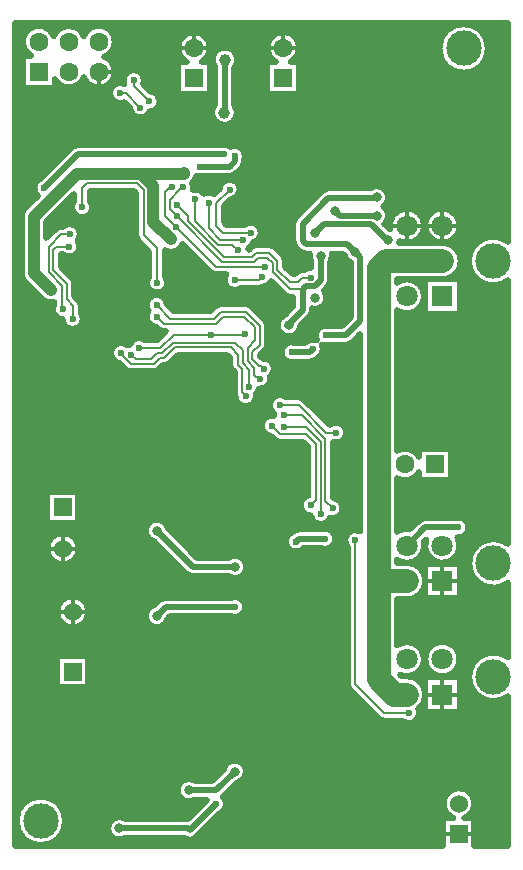
<source format=gbl>
G04*
G04 #@! TF.GenerationSoftware,Altium Limited,Altium Designer,18.0.9 (584)*
G04*
G04 Layer_Physical_Order=2*
G04 Layer_Color=16711680*
%FSLAX24Y24*%
%MOIN*%
G70*
G01*
G75*
%ADD11C,0.0118*%
%ADD16C,0.0079*%
%ADD72C,0.0197*%
%ADD87C,0.0394*%
%ADD90C,0.0630*%
%ADD91R,0.0630X0.0630*%
%ADD92R,0.0630X0.0630*%
%ADD93C,0.0600*%
%ADD94R,0.0600X0.0600*%
%ADD95C,0.0709*%
%ADD96R,0.0709X0.0709*%
%ADD97C,0.1181*%
%ADD98C,0.0236*%
%ADD99C,0.0315*%
%ADD100C,0.0394*%
%ADD101C,0.0787*%
D11*
X33780Y36417D02*
Y36890D01*
X32598Y36417D02*
Y36890D01*
X33307Y36417D02*
X33780D01*
X34252D01*
X33780Y35945D02*
Y36417D01*
X32598D02*
X33071D01*
X32598Y35945D02*
Y36417D01*
X32126D02*
X32598D01*
X28474Y42348D02*
Y42782D01*
Y42348D02*
X28907D01*
X28041D02*
X28474D01*
X33780Y24567D02*
X34252D01*
X33780D02*
Y25039D01*
Y24094D02*
Y24567D01*
X33307D02*
X33780D01*
X34331Y16152D02*
X34749D01*
X33780Y20787D02*
X34252D01*
X33913Y16152D02*
X34331D01*
X33780Y20315D02*
Y20787D01*
Y21260D01*
X33307Y20787D02*
X33780D01*
X25502Y42343D02*
X25935D01*
X25502D02*
Y42776D01*
X25069Y42343D02*
X25502D01*
X22323Y41549D02*
X22756D01*
X22323Y41116D02*
Y41549D01*
X21132Y25650D02*
Y26068D01*
Y25650D02*
X21550D01*
X21132Y25231D02*
Y25650D01*
X20714D02*
X21132D01*
X21457Y23545D02*
Y23963D01*
Y23127D02*
Y23545D01*
X21875D01*
X21039D02*
X21457D01*
D16*
X25010Y37618D02*
X25108Y37717D01*
X24272Y34518D02*
Y35659D01*
X23829Y36102D02*
X24272Y35659D01*
X23829Y36102D02*
Y37596D01*
X24252Y33770D02*
X24715Y33307D01*
X25541Y36558D02*
X26312Y35787D01*
X26781D02*
X26969Y35600D01*
X26312Y35787D02*
X26781D01*
X25984Y36337D02*
X26377Y35945D01*
X26230Y37165D02*
X26683Y37618D01*
X26230Y36417D02*
Y37165D01*
X25541Y36558D02*
Y37293D01*
X26230Y36417D02*
X26467Y36181D01*
X27392D01*
X27126Y35945D02*
X27136Y35935D01*
X26377Y35945D02*
X27126D01*
X27665Y34604D02*
X27776Y34715D01*
X26852Y34604D02*
X27665D01*
X26512Y35364D02*
X27425D01*
X26447Y35207D02*
X27490D01*
X26220Y35049D02*
X27854D01*
X25295Y36581D02*
X26512Y35364D01*
X24931Y36722D02*
X26447Y35207D01*
X24902Y36368D02*
X26220Y35049D01*
X27156Y32776D02*
X27185Y32805D01*
X26053Y32776D02*
X27156D01*
X24380Y32333D02*
X24823Y32776D01*
X26053D01*
X27121Y31836D02*
X27343Y31614D01*
Y31053D02*
Y31614D01*
X26964Y31770D02*
X27106Y31628D01*
Y30856D02*
Y31628D01*
X26964Y31770D02*
Y32121D01*
X26722Y32362D02*
X26964Y32121D01*
X27121Y31836D02*
Y32279D01*
X27283Y31896D02*
Y32352D01*
X27441Y32195D02*
X27687Y32441D01*
X27441Y31961D02*
Y32195D01*
Y31961D02*
X27667Y31735D01*
X26880Y32520D02*
X27121Y32279D01*
X27687Y32441D02*
Y33087D01*
X24855Y32362D02*
X26722D01*
X24510Y32018D02*
X24855Y32362D01*
X24360Y32018D02*
X24510D01*
X24154Y31811D02*
X24360Y32018D01*
X24790Y32520D02*
X26880D01*
X27283Y32352D02*
X27520Y32589D01*
Y33031D01*
X24445Y32175D02*
X24790Y32520D01*
X24272Y32175D02*
X24445D01*
X24075Y31978D02*
X24272Y32175D01*
X23681Y32333D02*
X24380D01*
X29911Y29518D02*
X30236D01*
X28996Y30433D02*
X29911Y29518D01*
X28366Y30433D02*
X28996D01*
X27744Y31735D02*
X27825Y31654D01*
X27667Y31735D02*
X27744D01*
X27283Y31896D02*
X27510Y31670D01*
X27687Y31299D02*
X27707Y31319D01*
X27687Y31260D02*
Y31299D01*
X27231Y33543D02*
X27687Y33087D01*
X26391Y33543D02*
X27231D01*
X26155Y33307D02*
X26391Y33543D01*
X24715Y33307D02*
X26155D01*
X31841Y20167D02*
X32667D01*
X30876Y21132D02*
X31841Y20167D01*
X30876Y21132D02*
Y25935D01*
X29882Y27244D02*
X30118Y27008D01*
X29882Y27244D02*
Y29321D01*
X29104Y30098D02*
X29882Y29321D01*
X28484Y30098D02*
X29104D01*
X27510Y31437D02*
Y31670D01*
X27224Y30728D02*
Y30738D01*
X27165Y33386D02*
X27520Y33031D01*
X26457Y33386D02*
X27165D01*
X26220Y33150D02*
X26457Y33386D01*
X24488Y33150D02*
X26220D01*
X24262Y33376D02*
X24488Y33150D01*
X29390Y27096D02*
X29567Y27274D01*
Y29144D01*
X29242Y29469D02*
X29567Y29144D01*
X28366Y29469D02*
X29242D01*
X28091Y29744D02*
X28366Y29469D01*
X27106Y30856D02*
X27224Y30738D01*
X23386Y31811D02*
X24154D01*
X23071Y32127D02*
X23386Y31811D01*
X23071Y32127D02*
Y32165D01*
X29724Y26801D02*
X29734Y26791D01*
X29724Y26801D02*
Y29213D01*
X29222Y29715D02*
X29724Y29213D01*
X28494Y29715D02*
X29222D01*
X23553Y31978D02*
X24075D01*
X23415Y32116D02*
X23553Y31978D01*
X21457Y33307D02*
X21467Y33317D01*
Y33750D01*
X21260Y33957D02*
X21467Y33750D01*
X21260Y33957D02*
Y34485D01*
X20807Y34937D02*
X21260Y34485D01*
X20807Y34937D02*
Y35610D01*
X20915Y35719D01*
X21348D01*
X21102Y33661D02*
X21132Y33632D01*
X21102Y33661D02*
Y34419D01*
X20650Y34872D02*
X21102Y34419D01*
X20650Y34872D02*
Y35709D01*
X21073Y36132D01*
X21358D01*
X25984Y36337D02*
Y37185D01*
X24528Y36742D02*
X24902Y36368D01*
X23590Y37835D02*
X23829Y37596D01*
X21919Y37835D02*
X23590D01*
X21772Y37687D02*
X21919Y37835D01*
X21772Y37028D02*
Y37687D01*
X23494Y41083D02*
Y41260D01*
Y41083D02*
X24016Y40561D01*
X23031Y40837D02*
X23228D01*
X23711Y40354D01*
X24685Y36969D02*
Y37284D01*
X24695Y37707D02*
X24774D01*
X24528Y37539D02*
X24695Y37707D01*
X25010Y37609D02*
Y37618D01*
X24685Y37284D02*
X25010Y37609D01*
X25108Y37717D02*
X25128Y37697D01*
X24685Y36969D02*
X24931Y36722D01*
X24528Y36742D02*
Y37539D01*
X29104Y34685D02*
X29400D01*
X28957Y34537D02*
X29104Y34685D01*
X28687Y34537D02*
X28957D01*
X28278Y34947D02*
X28687Y34537D01*
X28278Y34947D02*
Y35242D01*
X28008Y35512D02*
X28278Y35242D01*
X27573Y35512D02*
X28008D01*
X27425Y35364D02*
X27573Y35512D01*
X27490Y35207D02*
X27638Y35354D01*
X25295Y36581D02*
Y36742D01*
X24941Y37096D02*
X25295Y36742D01*
X28711Y34291D02*
X29124D01*
X28120Y34882D02*
X28711Y34291D01*
X28120Y34882D02*
Y35177D01*
X27943Y35354D02*
X28120Y35177D01*
X27638Y35354D02*
X27943D01*
X27510Y31437D02*
X27687Y31260D01*
D72*
X35295Y42323D02*
G03*
X35295Y42323I-807J0D01*
G01*
D02*
G03*
X35295Y42323I-807J0D01*
G01*
X34350Y36417D02*
G03*
X33780Y35846I-571J0D01*
G01*
X33169Y36417D02*
G03*
X32041Y36294I-571J0D01*
G01*
X31969Y37362D02*
G03*
X31365Y37657I-374J0D01*
G01*
X31811Y37057D02*
G03*
X31969Y37362I-216J305D01*
G01*
Y36752D02*
G03*
X31811Y37057I-374J0D01*
G01*
X31845Y36474D02*
G03*
X31969Y36752I-250J278D01*
G01*
X34390Y35236D02*
G03*
X33780Y35846I-610J0D01*
G01*
Y35846D02*
G03*
X34350Y36417I0J571D01*
G01*
X35965Y35876D02*
G03*
X35965Y34597I-492J-640D01*
G01*
Y35876D02*
G03*
X35965Y34597I-492J-640D01*
G01*
X33780Y34626D02*
G03*
X34390Y35236I0J610D01*
G01*
X32598Y35846D02*
G03*
X33169Y36417I0J571D01*
G01*
Y34055D02*
G03*
X32598Y34626I-571J0D01*
G01*
X32264Y33593D02*
G03*
X33169Y34055I335J462D01*
G01*
X32352Y35903D02*
G03*
X32598Y35846I247J515D01*
G01*
X32344Y35846D02*
G03*
X32352Y35903I-366J79D01*
G01*
X32598Y34626D02*
G03*
X32264Y34518I0J-571D01*
G01*
X29980Y37657D02*
G03*
X29758Y37565I0J-315D01*
G01*
X29980Y37657D02*
G03*
X29757Y37565I0J-315D01*
G01*
X28725Y41880D02*
G03*
X29006Y42348I-251J468D01*
G01*
X28902Y36709D02*
G03*
X28809Y36486I222J-223D01*
G01*
X28901Y36709D02*
G03*
X28809Y36486I223J-223D01*
G01*
Y35906D02*
G03*
X28901Y35683I315J0D01*
G01*
X28809Y35906D02*
G03*
X28902Y35682I315J0D01*
G01*
X30511Y35451D02*
G03*
X30719Y35192I365J80D01*
G01*
X30098Y35413D02*
G03*
X30092Y35482I-374J0D01*
G01*
X30039Y35212D02*
G03*
X30098Y35413I-315J202D01*
G01*
X29009Y35575D02*
G03*
X29232Y35482I223J222D01*
G01*
X29010Y35575D02*
G03*
X29232Y35482I223J223D01*
G01*
X29357D02*
G03*
X29409Y35212I368J-69D01*
G01*
Y35020D02*
G03*
X29184Y34941I-10J-334D01*
G01*
X29104D02*
G03*
X28923Y34866I0J-256D01*
G01*
X29006Y42348D02*
G03*
X28223Y41880I-531J0D01*
G01*
X27175Y38627D02*
G03*
X27195Y38740I-315J113D01*
G01*
X27083Y38340D02*
G03*
X27175Y38563I-223J223D01*
G01*
X27083Y38340D02*
G03*
X27175Y38563I-222J223D01*
G01*
X28533Y35242D02*
G03*
X28458Y35424I-256J0D01*
G01*
X28533Y35242D02*
G03*
X28459Y35423I-256J0D01*
G01*
X28189Y35693D02*
G03*
X28008Y35768I-181J-181D01*
G01*
X27726Y36181D02*
G03*
X27176Y36437I-335J0D01*
G01*
X27460Y35854D02*
G03*
X27726Y36181I-69J328D01*
G01*
X28189Y35693D02*
G03*
X28008Y35768I-181J-181D01*
G01*
X27573D02*
G03*
X27392Y35693I0J-256D01*
G01*
X27573Y35768D02*
G03*
X27391Y35693I0J-256D01*
G01*
X27300Y35644D02*
G03*
X27460Y35854I-165J291D01*
G01*
X29947Y34369D02*
G03*
X30039Y34592I-222J223D01*
G01*
X29947Y34370D02*
G03*
X30039Y34592I-223J223D01*
G01*
X29911Y34016D02*
G03*
X29828Y34251I-374J0D01*
G01*
X29104Y34941D02*
G03*
X28923Y34866I0J-256D01*
G01*
X29439Y33655D02*
G03*
X29911Y34016I98J361D01*
G01*
X29347Y33370D02*
G03*
X29439Y33593I-223J223D01*
G01*
X29346Y33369D02*
G03*
X29439Y33593I-222J223D01*
G01*
X30005Y33071D02*
G03*
X29597Y32598I-113J-315D01*
G01*
X30561Y32441D02*
G03*
X30784Y32534I0J315D01*
G01*
X29597Y32598D02*
G03*
X29204Y32510I-138J-305D01*
G01*
X30561Y32441D02*
G03*
X30784Y32533I0J315D01*
G01*
X29754Y32451D02*
G03*
X30005Y32441I138J305D01*
G01*
X29793Y32293D02*
G03*
X29754Y32451I-335J0D01*
G01*
X29601Y31991D02*
G03*
X29793Y32293I-143J303D01*
G01*
X29360Y31880D02*
G03*
X29583Y31973I0J315D01*
G01*
X29360Y31880D02*
G03*
X29583Y31972I0J315D01*
G01*
X29177Y30614D02*
G03*
X28996Y30689I-181J-181D01*
G01*
X29177Y30614D02*
G03*
X28996Y30689I-181J-181D01*
G01*
X28529Y34111D02*
G03*
X28711Y34035I181J181D01*
G01*
X28530Y34110D02*
G03*
X28711Y34035I181J181D01*
G01*
X28525Y33439D02*
G03*
X29034Y33057I137J-348D01*
G01*
X27789Y34380D02*
G03*
X28075Y34565I-13J334D01*
G01*
X27665Y34348D02*
G03*
X27789Y34380I0J256D01*
G01*
X27665Y34348D02*
G03*
X27789Y34380I0J256D01*
G01*
X27943Y33087D02*
G03*
X27868Y33268I-256J0D01*
G01*
X27943Y33087D02*
G03*
X27868Y33268I-256J0D01*
G01*
X27412Y33724D02*
G03*
X27231Y33799I-181J-181D01*
G01*
X27412Y33724D02*
G03*
X27231Y33799I-181J-181D01*
G01*
X28863Y32510D02*
G03*
X28863Y31880I-113J-315D01*
G01*
X27868Y32260D02*
G03*
X27943Y32441I-181J181D01*
G01*
X27868Y32260D02*
G03*
X27943Y32441I-181J181D01*
G01*
X28159Y31654D02*
G03*
X27790Y31986I-335J0D01*
G01*
X28033Y31392D02*
G03*
X28159Y31654I-209J262D01*
G01*
X28041Y31319D02*
G03*
X28033Y31392I-335J0D01*
G01*
X27670Y30986D02*
G03*
X28041Y31319I36J333D01*
G01*
X27553Y30793D02*
G03*
X27670Y30986I-210J260D01*
G01*
X27559Y30728D02*
G03*
X27553Y30793I-335J0D01*
G01*
X26890Y30720D02*
G03*
X27559Y30728I335J9D01*
G01*
X34646Y26358D02*
G03*
X34198Y26673I-335J0D01*
G01*
X34279Y26025D02*
G03*
X34646Y26358I32J333D01*
G01*
X34350Y25748D02*
G03*
X34279Y26025I-571J0D01*
G01*
X35965Y25803D02*
G03*
X35965Y24512I-484J-646D01*
G01*
Y25803D02*
G03*
X35965Y24512I-484J-646D01*
G01*
X33245Y25950D02*
G03*
X34350Y25748I534J-202D01*
G01*
X35965Y22024D02*
G03*
X35965Y20732I-484J-646D01*
G01*
Y22024D02*
G03*
X35965Y20732I-484J-646D01*
G01*
X34513Y16668D02*
G03*
X34847Y17152I-182J483D01*
G01*
X34350Y21969D02*
G03*
X34350Y21969I-571J0D01*
G01*
X34847Y17152D02*
G03*
X34149Y16668I-517J0D01*
G01*
X32998Y28706D02*
G03*
X32264Y28915I-468J-251D01*
G01*
Y27994D02*
G03*
X32998Y28204I266J460D01*
G01*
X30138Y29198D02*
G03*
X30571Y29518I98J320D01*
G01*
X33209Y26673D02*
G03*
X32986Y26581I0J-315D01*
G01*
X33209Y26673D02*
G03*
X32986Y26581I0J-315D01*
G01*
X32712Y26307D02*
G03*
X32264Y26211I-114J-559D01*
G01*
X30453Y27008D02*
G03*
X30147Y27341I-335J0D01*
G01*
X30571Y29518D02*
G03*
X30021Y29774I-335J0D01*
G01*
X28582Y30689D02*
G03*
X28158Y30171I-216J-256D01*
G01*
X28185Y29288D02*
G03*
X28366Y29213I181J181D01*
G01*
X28158Y30171D02*
G03*
X28151Y30073I327J-73D01*
G01*
X28185Y29288D02*
G03*
X28366Y29213I181J181D01*
G01*
X28151Y30073D02*
G03*
X28062Y29411I-60J-329D01*
G01*
X30038Y26683D02*
G03*
X30453Y27008I81J325D01*
G01*
X29311Y27422D02*
G03*
X29392Y26762I79J-325D01*
G01*
X29392D02*
G03*
X30038Y26683I332J39D01*
G01*
X33169Y25748D02*
G03*
X33158Y25862I-571J0D01*
G01*
X32598Y25177D02*
G03*
X33169Y25748I0J571D01*
G01*
X33209Y24567D02*
G03*
X32598Y25177I-610J0D01*
G01*
Y23957D02*
G03*
X33209Y24567I0J610D01*
G01*
X32264Y25286D02*
G03*
X32598Y25177I335J462D01*
G01*
Y21398D02*
G03*
X33169Y21969I0J571D01*
G01*
D02*
G03*
X32264Y22431I-571J0D01*
G01*
X33209Y20787D02*
G03*
X32598Y21398I-610J0D01*
G01*
X32972Y20305D02*
G03*
X33209Y20787I-374J482D01*
G01*
X32452Y19911D02*
G03*
X33002Y20167I216J256D01*
G01*
D02*
G03*
X32972Y20305I-335J0D01*
G01*
X32371Y21445D02*
G03*
X32598Y21398I228J523D01*
G01*
X31043Y26225D02*
G03*
X30620Y25719I-167J-290D01*
G01*
Y21132D02*
G03*
X30695Y20951I256J0D01*
G01*
X30620Y21132D02*
G03*
X30695Y20951I256J0D01*
G01*
X31660Y19986D02*
G03*
X31841Y19911I181J181D01*
G01*
X31659Y19987D02*
G03*
X31841Y19911I181J181D01*
G01*
X28986Y26289D02*
G03*
X28764Y26197I0J-315D01*
G01*
X28986Y26289D02*
G03*
X28763Y26197I0J-315D01*
G01*
X30207Y25974D02*
G03*
X29759Y26289I-335J0D01*
G01*
Y25659D02*
G03*
X30207Y25974I113J315D01*
G01*
X28755Y26188D02*
G03*
X29144Y25659I143J-303D01*
G01*
X26940Y17853D02*
G03*
X27234Y18218I-80J365D01*
G01*
X26841Y41681D02*
G03*
X26939Y41949I-315J268D01*
G01*
D02*
G03*
X26211Y41681I-413J0D01*
G01*
X25753Y41874D02*
G03*
X26033Y42343I-251J468D01*
G01*
X26929Y40187D02*
G03*
X26841Y40443I-413J0D01*
G01*
X26211Y40466D02*
G03*
X26929Y40187I305J-279D01*
G01*
X26033Y42343D02*
G03*
X25251Y41874I-531J0D01*
G01*
X24350Y40561D02*
G03*
X24044Y40894I-335J0D01*
G01*
X24020Y40226D02*
G03*
X24350Y40561I-4J335D01*
G01*
X23377Y40326D02*
G03*
X24020Y40226I333J28D01*
G01*
X27195Y38740D02*
G03*
X26709Y39039I-335J0D01*
G01*
X26683Y38071D02*
G03*
X26906Y38164I0J315D01*
G01*
X26683Y38071D02*
G03*
X26906Y38163I0J315D01*
G01*
X26709Y39039D02*
G03*
X26373Y39104I-223J-249D01*
G01*
X26712Y37285D02*
G03*
X27018Y37618I-28J333D01*
G01*
D02*
G03*
X26350Y37647I-335J0D01*
G01*
X25459Y37866D02*
G03*
X25572Y38076I-292J293D01*
G01*
D02*
G03*
X25812Y38071I127J310D01*
G01*
X25460Y37867D02*
G03*
X25572Y38076I-292J292D01*
G01*
X26168Y37465D02*
G03*
X25821Y37477I-184J-280D01*
G01*
X25463Y37697D02*
G03*
X25431Y37839I-335J0D01*
G01*
X25821Y37477D02*
G03*
X25453Y37616I-280J-184D01*
G01*
X25453Y37616D02*
G03*
X25463Y37697I-325J81D01*
G01*
X26576Y34793D02*
G03*
X27068Y34348I276J-189D01*
G01*
X26391Y33799D02*
G03*
X26211Y33724I0J-256D01*
G01*
X26391Y33799D02*
G03*
X26210Y33724I0J-256D01*
G01*
X26039Y34869D02*
G03*
X26220Y34793I181J181D01*
G01*
X26040Y34868D02*
G03*
X26220Y34793I181J181D01*
G01*
X24528Y35597D02*
G03*
X25115Y35793I207J358D01*
G01*
X24606Y34518D02*
G03*
X24528Y34733I-335J0D01*
G01*
X24016D02*
G03*
X24606Y34518I256J-216D01*
G01*
X24585Y33798D02*
G03*
X23986Y33566I-333J-28D01*
G01*
Y33566D02*
G03*
X24233Y33043I275J-190D01*
G01*
X22854Y42549D02*
G03*
X21823Y42729I-531J0D01*
G01*
X22503Y42049D02*
G03*
X22854Y42549I-180J500D01*
G01*
Y41549D02*
G03*
X22503Y42049I-531J0D01*
G01*
X23829Y41260D02*
G03*
X23184Y41135I-335J0D01*
G01*
X23804Y41134D02*
G03*
X23829Y41260I-310J125D01*
G01*
X21823Y41369D02*
G03*
X22854Y41549I500J180D01*
G01*
X23184Y41135D02*
G03*
X23171Y40532I-152J-298D01*
G01*
X21823Y42729D02*
G03*
X20823Y42729I-500J-180D01*
G01*
D02*
G03*
X20072Y42081I-500J-180D01*
G01*
X20854Y41298D02*
G03*
X21823Y41369I468J251D01*
G01*
X22106Y37028D02*
G03*
X22028Y37243I-335J0D01*
G01*
X21634Y39104D02*
G03*
X21411Y39012I0J-315D01*
G01*
X21516Y37243D02*
G03*
X22106Y37028I256J-216D01*
G01*
X21634Y39104D02*
G03*
X21411Y39012I0J-315D01*
G01*
X23573Y36102D02*
G03*
X23648Y35921I256J0D01*
G01*
X23573Y36102D02*
G03*
X23648Y35921I256J0D01*
G01*
X21693Y36132D02*
G03*
X21143Y36388I-335J0D01*
G01*
X21616Y35919D02*
G03*
X21693Y36132I-258J213D01*
G01*
X21791Y33307D02*
G03*
X21722Y33510I-335J0D01*
G01*
X21683Y35719D02*
G03*
X21616Y35919I-335J0D01*
G01*
X21133Y35463D02*
G03*
X21683Y35719I216J256D01*
G01*
X21722Y33750D02*
G03*
X21647Y33931I-256J0D01*
G01*
X21722Y33750D02*
G03*
X21647Y33931I-256J0D01*
G01*
X21073Y36388D02*
G03*
X20892Y36313I0J-256D01*
G01*
X21073Y36388D02*
G03*
X20892Y36313I0J-256D01*
G01*
X21516Y34485D02*
G03*
X21441Y34666I-256J0D01*
G01*
X21516Y34485D02*
G03*
X21441Y34665I-256J0D01*
G01*
X20846Y33807D02*
G03*
X21122Y33297I285J-175D01*
G01*
X20369Y37970D02*
G03*
X20288Y37418I143J-303D01*
G01*
X19875Y37005D02*
G03*
X19754Y36713I292J-293D01*
G01*
X19875Y37005D02*
G03*
X19754Y36713I292J-292D01*
G01*
X20435Y33970D02*
G03*
X20846Y33866I293J292D01*
G01*
X20436Y33970D02*
G03*
X20846Y33866I292J292D01*
G01*
X19754Y34823D02*
G03*
X19875Y34531I413J0D01*
G01*
X19754Y34823D02*
G03*
X19875Y34530I413J0D01*
G01*
X26708Y31770D02*
G03*
X26783Y31589I256J0D01*
G01*
X26850Y30856D02*
G03*
X26890Y30720I256J0D01*
G01*
X26708Y31770D02*
G03*
X26783Y31589I256J0D01*
G01*
X26850Y30856D02*
G03*
X26890Y30720I256J0D01*
G01*
X27244Y25039D02*
G03*
X26668Y25354I-374J0D01*
G01*
Y24724D02*
G03*
X27244Y25039I202J315D01*
G01*
X27205Y23706D02*
G03*
X26757Y24021I-335J0D01*
G01*
Y23391D02*
G03*
X27205Y23706I113J315D01*
G01*
X25250Y24817D02*
G03*
X25472Y24724I223J223D01*
G01*
X25249Y24817D02*
G03*
X25472Y24724I223J222D01*
G01*
X24510Y31762D02*
G03*
X24692Y31837I0J256D01*
G01*
X24510Y31762D02*
G03*
X24691Y31837I0J256D01*
G01*
X27234Y18218D02*
G03*
X26495Y18299I-374J0D01*
G01*
X26565Y17136D02*
G03*
X26463Y17376I-335J0D01*
G01*
X26373Y16833D02*
G03*
X26565Y17136I-143J303D01*
G01*
X25527Y17913D02*
G03*
X25527Y17283I-202J-315D01*
G01*
X25158Y16014D02*
G03*
X25577Y16038I197J246D01*
G01*
X25158Y16014D02*
G03*
X25577Y16037I197J246D01*
G01*
X24307Y32969D02*
G03*
X24488Y32894I181J181D01*
G01*
X24307Y32969D02*
G03*
X24488Y32894I181J181D01*
G01*
X24154Y31555D02*
G03*
X24335Y31630I0J256D01*
G01*
X24154Y31555D02*
G03*
X24334Y31630I0J256D01*
G01*
X23897Y32589D02*
G03*
X23367Y32447I-216J-256D01*
G01*
Y32447D02*
G03*
X23284Y32424I49J-331D01*
G01*
D02*
G03*
X22996Y31839I-213J-258D01*
G01*
X23205Y31630D02*
G03*
X23386Y31555I181J181D01*
G01*
X23205Y31630D02*
G03*
X23386Y31555I181J181D01*
G01*
X24627Y26330D02*
G03*
X24182Y25885I-365J-80D01*
G01*
X21122Y33297D02*
G03*
X21791Y33307I334J10D01*
G01*
X21648Y25650D02*
G03*
X21648Y25650I-517J0D01*
G01*
X24562Y24021D02*
G03*
X24339Y23928I0J-315D01*
G01*
X24562Y24021D02*
G03*
X24339Y23928I0J-315D01*
G01*
X24182Y23771D02*
G03*
X24627Y23325I80J-365D01*
G01*
X23214Y16644D02*
G03*
X23214Y16014I-202J-315D01*
G01*
X21973Y23545D02*
G03*
X21973Y23545I-517J0D01*
G01*
X21201Y16575D02*
G03*
X21201Y16575I-807J0D01*
G01*
D02*
G03*
X21201Y16575I-807J0D01*
G01*
X35169Y42756D02*
X35965D01*
X35213Y42677D02*
X35965D01*
X35118Y42827D02*
Y43169D01*
X35197Y42709D02*
Y43169D01*
X35247Y42598D02*
X35965D01*
X35271Y42520D02*
X35965D01*
X35276Y42500D02*
Y43169D01*
X34939Y42992D02*
X35965D01*
X35038Y42913D02*
X35965D01*
X34791Y43071D02*
X35965D01*
X35112Y42835D02*
X35965D01*
X35294Y42362D02*
X35965D01*
X35294Y42283D02*
X35965D01*
X35287Y42441D02*
X35965D01*
X35271Y42126D02*
X35965D01*
X35247Y42047D02*
X35965D01*
X35287Y42205D02*
X35965D01*
X35169Y41890D02*
X35965D01*
X35112Y41811D02*
X35965D01*
X35213Y41968D02*
X35965D01*
X34939Y41653D02*
X35965D01*
X34791Y41575D02*
X35965D01*
X35038Y41732D02*
X35965D01*
X34724Y43095D02*
Y43169D01*
X34803Y43066D02*
Y43169D01*
X34646Y43114D02*
Y43169D01*
X34961Y42977D02*
Y43169D01*
X35039Y42912D02*
Y43169D01*
X34882Y43027D02*
Y43169D01*
X34488Y43130D02*
Y43169D01*
X34567Y43126D02*
Y43169D01*
X34409Y43126D02*
Y43169D01*
X34252Y43095D02*
Y43169D01*
X34331Y43114D02*
Y43169D01*
X34173Y43066D02*
Y43169D01*
X34016Y42977D02*
Y43169D01*
X34094Y43027D02*
Y43169D01*
X33937Y42912D02*
Y43169D01*
X33858Y36983D02*
Y41818D01*
X33937Y36966D02*
Y41733D01*
X33858Y42827D02*
Y43169D01*
X33779Y42709D02*
Y43169D01*
Y36988D02*
Y41937D01*
X33701Y42500D02*
Y43169D01*
X33622Y36966D02*
Y43169D01*
X33701Y36983D02*
Y42146D01*
X32756Y36966D02*
Y43169D01*
X35669Y36019D02*
Y43169D01*
X35748Y35995D02*
Y43169D01*
X35590Y36035D02*
Y43169D01*
X35905Y35917D02*
Y43169D01*
X35965Y35876D02*
Y43169D01*
X35827Y35961D02*
Y43169D01*
X35433Y36042D02*
Y43169D01*
X35512Y36042D02*
Y43169D01*
X35354Y36035D02*
Y43169D01*
X35276Y36019D02*
Y42145D01*
X35197Y35995D02*
Y41936D01*
X35118Y35961D02*
Y41818D01*
X35039Y35917D02*
Y41733D01*
X34349Y36457D02*
X35965D01*
X34961Y35860D02*
Y41668D01*
X34882Y35786D02*
Y41618D01*
X34803Y35687D02*
Y41580D01*
X34724Y35539D02*
Y41551D01*
X34152Y36850D02*
X35965D01*
X34227Y36772D02*
X35965D01*
X34033Y36929D02*
X35965D01*
X34315Y36614D02*
X35965D01*
X34338Y36535D02*
X35965D01*
X34280Y36693D02*
X35965D01*
X34016Y36937D02*
Y41669D01*
X34094Y36893D02*
Y41618D01*
X33543Y36937D02*
Y43169D01*
X33386Y36831D02*
Y43169D01*
X33465Y36893D02*
Y43169D01*
X33307Y36738D02*
Y43169D01*
X32913Y36893D02*
Y43169D01*
X32992Y36831D02*
Y43169D01*
X32835Y36937D02*
Y43169D01*
X33150Y36566D02*
Y43169D01*
X33228Y36566D02*
Y43169D01*
X33071Y36738D02*
Y43169D01*
X34252Y36738D02*
Y41551D01*
X34331Y36566D02*
Y41531D01*
X34173Y36831D02*
Y41580D01*
X33168Y36457D02*
X33210D01*
X32851Y36929D02*
X33527D01*
X32970Y36850D02*
X33407D01*
X33046Y36772D02*
X33332D01*
X33098Y36693D02*
X33280D01*
X33134Y36614D02*
X33244D01*
X33157Y36535D02*
X33221D01*
X29006Y41417D02*
X35965D01*
X29006Y41339D02*
X35965D01*
X29006Y41496D02*
X35965D01*
X29006Y41181D02*
X35965D01*
X29006Y41102D02*
X35965D01*
X29006Y41260D02*
X35965D01*
X29006Y40945D02*
X35965D01*
X29006Y40866D02*
X35965D01*
X29006Y41024D02*
X35965D01*
X26926Y40236D02*
X35965D01*
X26928Y40157D02*
X35965D01*
X26909Y40315D02*
X35965D01*
X27185Y38819D02*
X35965D01*
X27195Y38740D02*
X35965D01*
X27097Y38976D02*
X35965D01*
X27089Y38346D02*
X35965D01*
X27010Y38268D02*
X35965D01*
X27143Y38425D02*
X35965D01*
X26884Y40000D02*
X35965D01*
X26974Y39055D02*
X35965D01*
X26915Y40079D02*
X35965D01*
X26899Y37874D02*
X35965D01*
X26967Y37795D02*
X35965D01*
X26932Y38189D02*
X35965D01*
X28998Y42441D02*
X33690D01*
X29002Y42283D02*
X33682D01*
X29006Y42362D02*
X33682D01*
X31575Y37736D02*
Y43169D01*
X31653Y37732D02*
Y43169D01*
X31496Y37723D02*
Y43169D01*
X28689Y42835D02*
X33864D01*
X28816Y42756D02*
X33807D01*
X28892Y42677D02*
X33763D01*
X28943Y42598D02*
X33730D01*
X28978Y42520D02*
X33705D01*
X28986Y42205D02*
X33690D01*
X28912Y42047D02*
X33730D01*
X29006Y41811D02*
X33864D01*
X28957Y42126D02*
X33705D01*
X29006Y41653D02*
X34037D01*
X29006Y41575D02*
X34185D01*
X29006Y41732D02*
X33938D01*
X28743Y41890D02*
X33807D01*
X27156Y38898D02*
X35965D01*
X28846Y41968D02*
X33763D01*
X27175Y38583D02*
X35965D01*
X27170Y38504D02*
X35965D01*
X27185Y38661D02*
X35965D01*
X32598Y36988D02*
Y43169D01*
X32677Y36983D02*
Y43169D01*
X32520Y36983D02*
Y43169D01*
X32362Y36937D02*
Y43169D01*
X32441Y36966D02*
Y43169D01*
X32283Y36893D02*
Y43169D01*
X31847Y37638D02*
X35965D01*
X31913Y37559D02*
X35965D01*
X31714Y37716D02*
X35965D01*
X32205Y36831D02*
Y43169D01*
X31949Y37480D02*
X35965D01*
X32126Y36738D02*
Y43169D01*
X31966Y37401D02*
X35965D01*
X31966Y37323D02*
X35965D01*
X31968Y36772D02*
X32151D01*
X31964Y36693D02*
X32098D01*
X31912Y37165D02*
X35965D01*
X31847Y37087D02*
X35965D01*
X31949Y37244D02*
X35965D01*
X31867Y37008D02*
X35965D01*
X31924Y36929D02*
X32345D01*
X31955Y36850D02*
X32226D01*
X31732Y37710D02*
Y43169D01*
X31811Y37667D02*
Y43169D01*
X31417Y37692D02*
Y43169D01*
X31968Y37369D02*
Y43169D01*
X32047Y36566D02*
Y43169D01*
X31890Y37592D02*
Y43169D01*
X31181Y37657D02*
Y43169D01*
X27003Y37716D02*
X31475D01*
X31102Y37657D02*
Y43169D01*
X31339Y37657D02*
Y43169D01*
X31260Y37657D02*
Y43169D01*
X31968Y36759D02*
Y37355D01*
X31942Y36614D02*
X32063D01*
X31890Y36982D02*
Y37133D01*
X31968Y36350D02*
Y36745D01*
X31899Y36535D02*
X32040D01*
X31890Y36429D02*
Y36522D01*
X29980Y37657D02*
X31365D01*
X31845Y36474D02*
X32022Y36297D01*
X31862Y36457D02*
X32029D01*
X34338Y36299D02*
X35965D01*
X34315Y36220D02*
X35965D01*
X34349Y36378D02*
X35965D01*
X35776Y35984D02*
X35965D01*
X35924Y35905D02*
X35965D01*
X34279Y36142D02*
X35965D01*
X34227Y36063D02*
X35965D01*
X34151Y35984D02*
X35169D01*
X34032Y35905D02*
X35021D01*
X33934Y35827D02*
X34922D01*
X34357Y35433D02*
X34690D01*
X34378Y35354D02*
X34674D01*
X34388Y35276D02*
X34666D01*
X34378Y35118D02*
X34674D01*
X34357Y35039D02*
X34690D01*
X34388Y35197D02*
X34666D01*
X34112Y35748D02*
X34848D01*
X34210Y35669D02*
X34791D01*
X34276Y35590D02*
X34747D01*
X34324Y34961D02*
X34714D01*
X34276Y34882D02*
X34747D01*
X34324Y35512D02*
X34714D01*
X34331Y35498D02*
Y36268D01*
X33307Y35846D02*
Y36097D01*
X33228Y35846D02*
Y36269D01*
X33157Y36299D02*
X33221D01*
X33134Y36220D02*
X33244D01*
X33168Y36378D02*
X33210D01*
X33150Y35846D02*
Y36268D01*
X33098Y36142D02*
X33280D01*
X33071Y35846D02*
Y36097D01*
X34016Y35799D02*
Y35898D01*
X33937Y35826D02*
Y35869D01*
X33543Y35846D02*
Y35898D01*
X34252Y35623D02*
Y36097D01*
X34173Y35703D02*
Y36004D01*
X34094Y35759D02*
Y35941D01*
X33386Y35846D02*
Y36004D01*
X32970Y35984D02*
X33408D01*
X33046Y36063D02*
X33332D01*
X32992Y35846D02*
Y36004D01*
X33465Y35846D02*
Y35941D01*
X32913Y35846D02*
Y35941D01*
X35775Y34488D02*
X35965D01*
X35923Y34567D02*
X35965D01*
X34350Y34409D02*
X35965D01*
X34350Y33484D02*
Y34626D01*
X34112Y34724D02*
X34848D01*
X33933Y34646D02*
X34922D01*
X34209Y34803D02*
X34791D01*
X34350Y34567D02*
X35022D01*
X34350Y34488D02*
X35170D01*
X34350Y34252D02*
X35965D01*
X34350Y34173D02*
X35965D01*
X34350Y34331D02*
X35965D01*
X34350Y34016D02*
X35965D01*
X34350Y33937D02*
X35965D01*
X34350Y34094D02*
X35965D01*
X34350Y33779D02*
X35965D01*
X34350Y33701D02*
X35965D01*
X34350Y33858D02*
X35965D01*
X34350Y33622D02*
X35965D01*
X34350Y33543D02*
X35965D01*
X33209Y33484D02*
X34350D01*
X34094Y34626D02*
Y34714D01*
X33780Y34626D02*
X34350D01*
X34016D02*
Y34674D01*
X34331Y34626D02*
Y34974D01*
X34252Y34626D02*
Y34850D01*
X34173Y34626D02*
Y34770D01*
X33209Y34626D02*
X33780D01*
X33209D02*
X33780D01*
X32992Y34469D02*
Y34626D01*
X33150Y34204D02*
Y34626D01*
X33209Y33484D02*
Y34626D01*
X33071Y34376D02*
Y34626D01*
X33157Y34173D02*
X33209D01*
X33168Y34094D02*
X33209D01*
X33134Y34252D02*
X33209D01*
X33157Y33937D02*
X33209D01*
X33134Y33858D02*
X33209D01*
X33168Y34016D02*
X33209D01*
X33046Y34409D02*
X33209D01*
X33098Y34331D02*
X33209D01*
X32970Y34488D02*
X33209D01*
X33046Y33701D02*
X33209D01*
X32970Y33622D02*
X33209D01*
X33098Y33779D02*
X33209D01*
X32851Y35905D02*
X33527D01*
X32851Y34567D02*
X33209D01*
X32851Y33543D02*
X33209D01*
X32598Y34626D02*
X33209D01*
X32598Y35846D02*
X33780D01*
X32264Y33386D02*
X35965D01*
X32264Y33307D02*
X35965D01*
X32264Y33465D02*
X35965D01*
X32264Y32677D02*
X35965D01*
X32264Y32598D02*
X35965D01*
X32264Y32756D02*
X35965D01*
X32264Y32441D02*
X35965D01*
X32264Y32362D02*
X35965D01*
X32264Y32520D02*
X35965D01*
X32264Y33150D02*
X35965D01*
X32264Y33071D02*
X35965D01*
X32264Y33228D02*
X35965D01*
X32264Y32913D02*
X35965D01*
X32264Y32835D02*
X35965D01*
X32264Y32992D02*
X35965D01*
X32835Y35846D02*
Y35898D01*
X32362Y34575D02*
Y34626D01*
X32913Y34531D02*
Y34626D01*
X32362Y35846D02*
Y35898D01*
X31941Y36378D02*
X32029D01*
X32264Y34626D02*
X32598D01*
X32344Y35846D02*
X32598D01*
X32835Y34575D02*
Y34626D01*
X32264Y34567D02*
X32345D01*
X32283Y34531D02*
Y34626D01*
X32264Y34518D02*
Y34626D01*
Y33543D02*
X32346D01*
X31006Y32756D02*
X31043D01*
X30784Y32534D02*
X31043Y32793D01*
X30849Y32598D02*
X31043D01*
X30928Y32677D02*
X31043D01*
X30005Y32441D02*
X31043D01*
X29786Y32362D02*
X31043D01*
X30769Y32520D02*
X31043D01*
X32264Y31732D02*
X35965D01*
X32264Y31653D02*
X35965D01*
X32264Y31811D02*
X35965D01*
X32264Y31496D02*
X35965D01*
X32264Y31417D02*
X35965D01*
X32264Y31575D02*
X35965D01*
X32264Y32205D02*
X35965D01*
X32264Y32126D02*
X35965D01*
X32264Y32283D02*
X35965D01*
X32264Y31968D02*
X35965D01*
X32264Y31890D02*
X35965D01*
X32264Y32047D02*
X35965D01*
X32264Y30787D02*
X35965D01*
X32264Y30630D02*
X35965D01*
X32264Y30866D02*
X35965D01*
X32264Y30472D02*
X35965D01*
X32264Y30394D02*
X35965D01*
X32264Y30551D02*
X35965D01*
X32264Y31260D02*
X35965D01*
X32264Y31181D02*
X35965D01*
X32264Y31339D02*
X35965D01*
X32264Y31024D02*
X35965D01*
X32264Y30945D02*
X35965D01*
X32264Y31102D02*
X35965D01*
X29748Y32126D02*
X31043D01*
X29685Y32047D02*
X31043D01*
X29793Y32283D02*
X31043D01*
X29438Y31890D02*
X31043D01*
X28159Y31653D02*
X31043D01*
X29579Y31968D02*
X31043D01*
X28150Y31732D02*
X31043D01*
X28150Y31575D02*
X31043D01*
X28120Y31811D02*
X31043D01*
X28062Y31417D02*
X31043D01*
X28041Y31339D02*
X31043D01*
X28120Y31496D02*
X31043D01*
X32264Y30709D02*
X35965D01*
X29160Y30630D02*
X31043D01*
X29240Y30551D02*
X31043D01*
X29397Y30394D02*
X31043D01*
X32264Y30315D02*
X35965D01*
X29319Y30472D02*
X31043D01*
X28012Y31181D02*
X31043D01*
X27962Y31102D02*
X31043D01*
X28036Y31260D02*
X31043D01*
X27659Y30945D02*
X31043D01*
X27554Y30787D02*
X31043D01*
X27864Y31024D02*
X31043D01*
X30709Y37657D02*
Y43169D01*
X30787Y37657D02*
Y43169D01*
X30551Y37657D02*
Y43169D01*
X30630Y37657D02*
Y43169D01*
X30945Y37657D02*
Y43169D01*
X31024Y37657D02*
Y43169D01*
X30866Y37657D02*
Y43169D01*
X30157Y37657D02*
Y43169D01*
X30236Y37657D02*
Y43169D01*
X30079Y37657D02*
Y43169D01*
X30394Y37657D02*
Y43169D01*
X30472Y37657D02*
Y43169D01*
X30315Y37657D02*
Y43169D01*
X29921Y37652D02*
Y43169D01*
X30000Y37657D02*
Y43169D01*
X29842Y37626D02*
Y43169D01*
X29764Y37571D02*
Y43169D01*
X29606Y37414D02*
Y43169D01*
X29685Y37493D02*
Y43169D01*
X29527Y37335D02*
Y43169D01*
X29449Y37256D02*
Y43169D01*
X28902Y36709D02*
X29757Y37565D01*
X29370Y37178D02*
Y43169D01*
X29291Y37099D02*
Y43169D01*
X28976Y41880D02*
Y42174D01*
Y42523D02*
Y43169D01*
X29134Y36941D02*
Y43169D01*
X29213Y37020D02*
Y43169D01*
X29055Y36863D02*
Y43169D01*
X28661Y42846D02*
Y43169D01*
X28740Y42809D02*
Y43169D01*
X28583Y42869D02*
Y43169D01*
X28898Y42670D02*
Y43169D01*
X28819Y42753D02*
Y43169D01*
X28898Y41880D02*
Y42027D01*
X29006Y40817D02*
Y41880D01*
X28819D02*
Y41944D01*
X28898Y36705D02*
Y40817D01*
X28976Y36784D02*
Y40817D01*
X28819Y36564D02*
Y40817D01*
X28725Y41880D02*
X29006D01*
X28809Y35906D02*
Y36486D01*
X30480Y35482D02*
X30511Y35451D01*
X30472Y33113D02*
Y35482D01*
X30315Y33071D02*
Y35482D01*
X30394Y33071D02*
Y35482D01*
X30236Y33071D02*
Y35482D01*
X30092D02*
X30480D01*
X30098Y35433D02*
X30515D01*
X30157Y33071D02*
Y35482D01*
X30094Y35354D02*
X30547D01*
X30709Y33349D02*
Y35197D01*
X30719Y33359D02*
Y35192D01*
X30072Y35276D02*
X30603D01*
X30551Y33191D02*
Y35346D01*
X30630Y33270D02*
Y35250D01*
X30079Y33071D02*
Y35293D01*
X30039Y35197D02*
X30709D01*
X30039Y35118D02*
X30719D01*
X28533Y35197D02*
X29409D01*
X30039Y35039D02*
X30719D01*
X30039Y34961D02*
X30719D01*
X30039Y34592D02*
Y35212D01*
X29213Y34963D02*
Y35483D01*
X29055Y34936D02*
Y35537D01*
X29134Y34941D02*
Y35498D01*
X28976Y34907D02*
Y35608D01*
X28661Y34925D02*
Y40817D01*
X28902Y35682D02*
X29009Y35575D01*
X28583Y35004D02*
Y40817D01*
X28819Y34793D02*
Y35828D01*
X28898Y34840D02*
Y35687D01*
X28740Y34846D02*
Y40817D01*
X29409Y35020D02*
Y35212D01*
X29232Y35482D02*
X29357D01*
X29370Y35018D02*
Y35294D01*
X29291Y35002D02*
Y35482D01*
X28547Y35039D02*
X29409D01*
X28626Y34961D02*
X29210D01*
X28533Y35053D02*
Y35242D01*
X29104Y34941D02*
X29184D01*
X28533Y35053D02*
X28793Y34793D01*
X28425Y42878D02*
Y43169D01*
X28504Y42879D02*
Y43169D01*
X28346Y42864D02*
Y43169D01*
X28268Y42838D02*
Y43169D01*
X28110Y42736D02*
Y43169D01*
X28189Y42797D02*
Y43169D01*
X28031Y42642D02*
Y43169D01*
X26899Y42126D02*
X27992D01*
X28110Y41880D02*
Y41961D01*
X27943Y41880D02*
X28223D01*
X28031D02*
Y42055D01*
X27943Y40817D02*
X29006D01*
X27017Y37638D02*
X29871D01*
X27582Y36457D02*
X28809D01*
X26939Y41968D02*
X28103D01*
X26935Y41890D02*
X28206D01*
X26927Y42047D02*
X28037D01*
X27012Y37559D02*
X29751D01*
X26988Y37480D02*
X29673D01*
X26938Y37401D02*
X29594D01*
X27953Y42450D02*
Y43169D01*
Y41880D02*
Y42247D01*
X27943Y40817D02*
Y41880D01*
X27480Y36504D02*
Y43169D01*
X27559Y36471D02*
Y43169D01*
X27402Y36516D02*
Y43169D01*
X27008Y39041D02*
Y43169D01*
X27087Y38987D02*
Y43169D01*
X26929Y42039D02*
Y43169D01*
X27244Y36481D02*
Y43169D01*
X27323Y36509D02*
Y43169D01*
X27165Y38878D02*
Y43169D01*
X27175Y38563D02*
Y38627D01*
X27165Y36437D02*
Y38485D01*
X27087Y36437D02*
Y38344D01*
X26929Y40194D02*
Y41859D01*
X26915Y41811D02*
X27943D01*
X26929Y39068D02*
Y40180D01*
X26906Y38164D02*
X27083Y38340D01*
X27008Y37699D02*
Y38265D01*
X26929Y37845D02*
Y38186D01*
X27724Y36220D02*
X28809D01*
X27724Y36142D02*
X28809D01*
X28268Y35614D02*
Y40817D01*
X28425Y35457D02*
Y40817D01*
X28504Y35362D02*
Y40817D01*
X28346Y35535D02*
Y40817D01*
X27705Y36299D02*
X28809D01*
X27705Y36063D02*
X28809D01*
X27662Y36378D02*
X28809D01*
X27581Y35905D02*
X28809D01*
X27452Y35827D02*
X28819D01*
X27662Y35984D02*
X28809D01*
X28508Y35354D02*
X29355D01*
X28531Y35276D02*
X29377D01*
X28449Y35433D02*
X29351D01*
X28533Y35118D02*
X29409D01*
X28107Y35748D02*
X28851D01*
X28213Y35669D02*
X28915D01*
X28291Y35590D02*
X28994D01*
X28370Y35512D02*
X29099D01*
X28189Y35693D02*
X28458Y35424D01*
X27874Y35768D02*
Y43169D01*
X27953Y35768D02*
Y40817D01*
X27795Y35768D02*
Y43169D01*
X28110Y35746D02*
Y40817D01*
X28189Y35693D02*
Y40817D01*
X28031Y35767D02*
Y40817D01*
X27638Y36408D02*
Y43169D01*
X27008Y36437D02*
Y37537D01*
X26929Y36437D02*
Y37391D01*
X27716Y36262D02*
Y43169D01*
Y35768D02*
Y36100D01*
X27573Y35768D02*
X28008D01*
X27638D02*
Y35954D01*
X27559Y35767D02*
Y35891D01*
X27480Y35750D02*
Y35858D01*
X27413Y35748D02*
X27474D01*
X27319Y35620D02*
X27391Y35693D01*
X27323Y35624D02*
Y35657D01*
X30039Y34803D02*
X30719D01*
X30039Y34724D02*
X30719D01*
X30039Y34882D02*
X30719D01*
X30038Y34567D02*
X30719D01*
X30022Y34488D02*
X30719D01*
X30039Y34646D02*
X30719D01*
X29908Y34331D02*
X30719D01*
X29829Y34252D02*
X30719D01*
X29981Y34409D02*
X30719D01*
X29903Y34094D02*
X30719D01*
X29911Y34016D02*
X30719D01*
X29877Y34173D02*
X30719D01*
X29877Y33858D02*
X30719D01*
X29827Y33779D02*
X30719D01*
X29903Y33937D02*
X30719D01*
X29439Y33622D02*
X30719D01*
X30431Y33071D02*
X30719Y33359D01*
X29739Y33701D02*
X30719D01*
X29412Y33465D02*
X30719D01*
X29362Y33386D02*
X30719D01*
X29435Y33543D02*
X30719D01*
X29284Y33307D02*
X30667D01*
X29205Y33228D02*
X30588D01*
X29126Y33150D02*
X30509D01*
X29842Y34232D02*
Y34265D01*
X30000Y33073D02*
Y34440D01*
X29921Y33089D02*
Y34344D01*
X28705Y34882D02*
X28941D01*
X28784Y34803D02*
X28860D01*
X28851Y34793D02*
X28923Y34866D01*
X29828Y34251D02*
X29947Y34369D01*
X28793Y34793D02*
X28851D01*
X29439Y33593D02*
Y33655D01*
X29842Y33087D02*
Y33799D01*
X30005Y33071D02*
X30431D01*
X29764Y33065D02*
Y33718D01*
X28809Y33723D02*
Y34035D01*
X28711D02*
X28809D01*
X28740Y33654D02*
Y34035D01*
X29048Y33071D02*
X29778D01*
X28661Y33575D02*
Y34040D01*
X29685Y33019D02*
Y33672D01*
X29606Y32931D02*
Y33648D01*
X29449Y32628D02*
Y33652D01*
X29527Y32621D02*
Y33642D01*
X29022Y32992D02*
X29655D01*
X28991Y32913D02*
X29596D01*
X28934Y32835D02*
X29566D01*
X28828Y32756D02*
X29557D01*
X29370Y32616D02*
Y33396D01*
X30005Y32441D02*
X30561D01*
X29781Y32205D02*
X31043D01*
X29370Y30421D02*
Y31880D01*
X29527Y30264D02*
Y31928D01*
X29476Y30315D02*
X31043D01*
X29449Y30342D02*
Y31893D01*
X29034Y33057D02*
X29346Y33369D01*
X29291Y32583D02*
Y33314D01*
X29213Y32520D02*
Y33236D01*
X29134Y32510D02*
Y33157D01*
X29055Y32510D02*
Y33078D01*
X28976Y32510D02*
Y32889D01*
X28819Y32522D02*
Y32751D01*
X28831Y32520D02*
X29212D01*
X28740Y32529D02*
Y32725D01*
X28898Y32510D02*
Y32801D01*
X28863Y32510D02*
X29204D01*
X28661Y32518D02*
Y32717D01*
X29134Y30649D02*
Y31880D01*
X29055Y30682D02*
Y31880D01*
X29213Y30578D02*
Y31880D01*
X29291Y30500D02*
Y31880D01*
X28976Y30689D02*
Y31880D01*
X28863D02*
X29360D01*
X28898Y30689D02*
Y31880D01*
X28819Y30689D02*
Y31867D01*
X28740Y30689D02*
Y31860D01*
X28661Y30689D02*
Y31872D01*
X28583Y33497D02*
Y34070D01*
X28504Y33430D02*
Y34136D01*
X28525Y33439D02*
X28809Y33723D01*
X28425Y33380D02*
Y34215D01*
X28075Y34565D02*
X28529Y34111D01*
X27329Y33779D02*
X28809D01*
X27045Y34331D02*
X28309D01*
X27435Y33701D02*
X28787D01*
X27514Y33622D02*
X28708D01*
X28346Y33292D02*
Y34294D01*
X27943Y32992D02*
X28301D01*
X27943Y32913D02*
X28332D01*
X27943Y33071D02*
X28288D01*
X27943Y32756D02*
X28495D01*
X27943Y32835D02*
X28389D01*
X27593Y33543D02*
X28629D01*
X27671Y33465D02*
X28551D01*
X27750Y33386D02*
X28432D01*
X27829Y33307D02*
X28356D01*
X27900Y33228D02*
X28314D01*
X27935Y33150D02*
X28292D01*
X28022Y34488D02*
X28152D01*
X27913Y34409D02*
X28231D01*
X27874Y33262D02*
Y34395D01*
X27795Y33341D02*
Y34381D01*
X27716Y33419D02*
Y34354D01*
X27068Y34348D02*
X27665D01*
X27559Y33577D02*
Y34348D01*
X27638Y33498D02*
Y34348D01*
X27244Y33799D02*
Y34348D01*
X27402Y33734D02*
Y34348D01*
X27480Y33656D02*
Y34348D01*
X27323Y33782D02*
Y34348D01*
X27412Y33724D02*
X27868Y33268D01*
X27087Y33799D02*
Y34348D01*
X27008Y33799D02*
Y34308D01*
X26929Y33799D02*
Y34279D01*
X27165Y33799D02*
Y34348D01*
X28504Y32422D02*
Y32751D01*
X28583Y32485D02*
Y32725D01*
X28425Y32275D02*
Y32801D01*
X28346Y30767D02*
Y32889D01*
X28268Y30753D02*
Y34372D01*
X27943Y32677D02*
X29567D01*
X27943Y32598D02*
X29321D01*
X27943Y32520D02*
X28669D01*
X27943Y32441D02*
X28523D01*
X27930Y32362D02*
X28460D01*
X28189Y30717D02*
Y34451D01*
X28504Y30738D02*
Y31968D01*
X28062Y31890D02*
X28613D01*
X28425Y30762D02*
Y32115D01*
X28556Y30709D02*
X31043D01*
X28582Y30689D02*
X28996D01*
X28583D02*
Y31905D01*
X27889Y32283D02*
X28427D01*
X27734Y32126D02*
X28423D01*
X27813Y32205D02*
X28416D01*
X27938Y31968D02*
X28504D01*
X27620Y30866D02*
X31043D01*
X27717Y32047D02*
X28450D01*
X27943Y32441D02*
Y33087D01*
X27874Y31985D02*
Y32266D01*
X28110Y31828D02*
Y34530D01*
X28031Y31917D02*
Y34499D01*
X27953Y31963D02*
Y34431D01*
X27697Y32089D02*
X27868Y32260D01*
X27716Y32048D02*
Y32109D01*
X27795Y31987D02*
Y32187D01*
X27697Y32067D02*
X27775Y31989D01*
X28110Y30649D02*
Y31479D01*
X27558Y30709D02*
X28176D01*
X27559Y30734D02*
Y30798D01*
X27544Y30630D02*
X28095D01*
X27508Y30551D02*
X28053D01*
X27440Y30472D02*
X28034D01*
X35748Y25919D02*
Y34478D01*
X35669Y25942D02*
Y34453D01*
X35590Y25957D02*
Y34438D01*
X35512Y25964D02*
Y34430D01*
X35965Y25803D02*
Y34597D01*
X35905Y25844D02*
Y34555D01*
X35827Y25886D02*
Y34511D01*
X34061Y28504D02*
X35965D01*
X34317Y26693D02*
X35965D01*
X35433Y25963D02*
Y34430D01*
X35276Y25938D02*
Y34454D01*
X35354Y25955D02*
Y34438D01*
X35197Y25913D02*
Y34478D01*
X34645Y26378D02*
X35965D01*
X34640Y26299D02*
X35965D01*
X34631Y26457D02*
X35965D01*
X35783Y25905D02*
X35965D01*
X35931Y25827D02*
X35965D01*
X34616Y26220D02*
X35965D01*
X34595Y26535D02*
X35965D01*
X34566Y26142D02*
X35965D01*
X34527Y26614D02*
X35965D01*
X34468Y26063D02*
X35965D01*
X34299Y25984D02*
X35965D01*
X34328Y25905D02*
X35177D01*
X35039Y25833D02*
Y34555D01*
X35118Y25879D02*
Y34511D01*
X34961Y25775D02*
Y34612D01*
X34803Y25596D02*
Y34785D01*
X34882Y25699D02*
Y34686D01*
X34724Y25440D02*
Y34933D01*
X34409Y26678D02*
Y41520D01*
X34331Y26692D02*
Y33484D01*
X34252Y26688D02*
Y33484D01*
X34646Y26365D02*
Y41531D01*
X34567Y26574D02*
Y41520D01*
X34488Y26642D02*
Y41516D01*
X34345Y25827D02*
X35029D01*
X34350Y25748D02*
X34930D01*
X34331Y25897D02*
Y26024D01*
X34345Y25669D02*
X34856D01*
X34328Y25591D02*
X34799D01*
X34299Y25512D02*
X34755D01*
X34173Y26673D02*
Y33484D01*
X34094Y26673D02*
Y33484D01*
X34256Y25433D02*
X34722D01*
X35931Y24488D02*
X35965D01*
X35783Y24409D02*
X35965D01*
X35197Y22134D02*
Y24402D01*
X35965Y22024D02*
Y24512D01*
X35905Y22064D02*
Y24471D01*
X35827Y22107D02*
Y24429D01*
X34350Y24409D02*
X35177D01*
X34350Y24488D02*
X35029D01*
X35118Y22099D02*
Y24436D01*
X35039Y22054D02*
Y24482D01*
X35590Y22177D02*
Y24358D01*
X35512Y22184D02*
Y24351D01*
X35433Y22184D02*
Y24352D01*
X35748Y22139D02*
Y24396D01*
X35669Y22163D02*
Y24373D01*
X35354Y22175D02*
Y24360D01*
X34350Y24252D02*
X35965D01*
X34350Y24173D02*
X35965D01*
X34350Y24331D02*
X35965D01*
X34350Y24094D02*
X35965D01*
X34350Y24016D02*
X35965D01*
X35276Y22159D02*
Y24377D01*
X34409Y17662D02*
Y26038D01*
X34350Y25118D02*
X34674D01*
X34350Y23996D02*
Y25138D01*
X34646Y17561D02*
Y26351D01*
X34567Y17611D02*
Y26143D01*
X34488Y17644D02*
Y26074D01*
X34193Y25354D02*
X34698D01*
X34100Y25276D02*
X34682D01*
X34252Y25138D02*
Y25427D01*
X34331Y25138D02*
Y25599D01*
X34173Y25138D02*
Y25335D01*
X34094Y25138D02*
Y25272D01*
X34350Y24882D02*
X34722D01*
X34961Y21995D02*
Y24540D01*
X34350Y24961D02*
X34698D01*
X34803Y21817D02*
Y24718D01*
X34882Y21919D02*
Y24616D01*
X34724Y21661D02*
Y24875D01*
X34350Y24803D02*
X34755D01*
X34350Y24724D02*
X34799D01*
X34350Y25039D02*
X34682D01*
X34350Y24646D02*
X34856D01*
X34350Y24567D02*
X34930D01*
X34252Y22289D02*
Y23996D01*
X32264Y29685D02*
X35965D01*
X32264Y29606D02*
X35965D01*
X32264Y29764D02*
X35965D01*
X32264Y29449D02*
X35965D01*
X32264Y29370D02*
X35965D01*
X32264Y29527D02*
X35965D01*
X32264Y30157D02*
X35965D01*
X32264Y30079D02*
X35965D01*
X32264Y30236D02*
X35965D01*
X32264Y29921D02*
X35965D01*
X32264Y29842D02*
X35965D01*
X32264Y30000D02*
X35965D01*
X34061Y28976D02*
X35965D01*
X34061Y28898D02*
X35965D01*
X32264Y29134D02*
X35965D01*
X34061Y28110D02*
X35965D01*
X34061Y28031D02*
X35965D01*
X34061Y28189D02*
X35965D01*
X32264Y29213D02*
X35965D01*
X32264Y29055D02*
X35965D01*
X32264Y29291D02*
X35965D01*
X32264Y27795D02*
X35965D01*
X32264Y27638D02*
X35965D01*
X32264Y27874D02*
X35965D01*
X33701Y28986D02*
Y33484D01*
X33779Y28986D02*
Y33484D01*
X33622Y28986D02*
Y33484D01*
X33937Y28986D02*
Y33484D01*
X34016Y28986D02*
Y33484D01*
X33858Y28986D02*
Y33484D01*
X33307Y28986D02*
Y33484D01*
X32998Y28986D02*
X34061D01*
X33228D02*
Y33484D01*
X33465Y28986D02*
Y33484D01*
X33543Y28986D02*
Y33484D01*
X33386Y28986D02*
Y33484D01*
X34061Y28740D02*
X35965D01*
X34061Y28661D02*
X35965D01*
X34061Y28819D02*
X35965D01*
X34061Y28583D02*
X35965D01*
X34061Y28425D02*
X35965D01*
X34061Y27923D02*
Y28986D01*
Y28268D02*
X35965D01*
X34061Y27953D02*
X35965D01*
X34061Y28346D02*
X35965D01*
X32264Y27716D02*
X35965D01*
X32264Y27559D02*
X35965D01*
X32998Y27923D02*
X34061D01*
X32264Y27480D02*
X35965D01*
X32264Y27402D02*
X35965D01*
X33779Y26673D02*
Y27923D01*
X33937Y26673D02*
Y27923D01*
X34016Y26673D02*
Y27923D01*
X33858Y26673D02*
Y27923D01*
X32264Y27244D02*
X35965D01*
X32264Y27165D02*
X35965D01*
X32264Y27323D02*
X35965D01*
X32264Y27008D02*
X35965D01*
X32264Y26929D02*
X35965D01*
X32264Y27087D02*
X35965D01*
X34016Y25138D02*
Y25228D01*
X33928Y25197D02*
X34674D01*
X33937Y25138D02*
Y25199D01*
X33858Y25138D02*
Y25183D01*
X33779Y25138D02*
Y25177D01*
X32264Y26850D02*
X35965D01*
X32264Y26772D02*
X35965D01*
X32264Y26693D02*
X34305D01*
X33209Y25138D02*
X34350D01*
X33209Y26673D02*
X34198D01*
X33386D02*
Y27923D01*
X33465Y26673D02*
Y27923D01*
X33307Y26673D02*
Y27923D01*
X33622Y26673D02*
Y27923D01*
X33701Y26673D02*
Y27923D01*
X33543Y26673D02*
Y27923D01*
X33158Y25862D02*
X33245Y25950D01*
X33147Y25591D02*
X33231D01*
X33228Y26673D02*
Y27923D01*
X33118Y25512D02*
X33260D01*
X33075Y25433D02*
X33303D01*
X33228Y25138D02*
Y25600D01*
X33622Y25138D02*
Y25199D01*
X33701Y25138D02*
Y25183D01*
X33465Y25138D02*
Y25272D01*
X33543Y25138D02*
Y25228D01*
X32919Y25276D02*
X33459D01*
X32747Y25197D02*
X33631D01*
X33012Y25354D02*
X33366D01*
X33386Y25138D02*
Y25335D01*
X33307Y25138D02*
Y25428D01*
X35783Y22126D02*
X35965D01*
X35931Y22047D02*
X35965D01*
X34350Y21968D02*
X34930D01*
X34350Y20866D02*
X34856D01*
X34193Y22362D02*
X35965D01*
X34256Y22283D02*
X35965D01*
X34100Y22441D02*
X35965D01*
X34299Y22205D02*
X35965D01*
X34328Y22126D02*
X35177D01*
X34345Y22047D02*
X35029D01*
X35931Y20709D02*
X35965D01*
X35783Y20630D02*
X35965D01*
X34350Y20787D02*
X34930D01*
X34505Y17638D02*
X35965D01*
X34648Y17559D02*
X35965D01*
X34350Y20630D02*
X35177D01*
X34350Y20551D02*
X35965D01*
X34350Y20472D02*
X35965D01*
X34350Y20709D02*
X35029D01*
X34350Y20315D02*
X35965D01*
X34350Y20236D02*
X35965D01*
X34350Y20394D02*
X35965D01*
X34345Y21890D02*
X34856D01*
X34328Y21811D02*
X34799D01*
X34331Y22117D02*
Y23996D01*
X34299Y21732D02*
X34755D01*
X34256Y21653D02*
X34722D01*
X34331Y21358D02*
Y21820D01*
X34173Y22382D02*
Y23996D01*
X34193Y21575D02*
X34698D01*
X34094Y22445D02*
Y23996D01*
X34252Y21358D02*
Y21648D01*
X34100Y21496D02*
X34682D01*
X34173Y21358D02*
Y21555D01*
X34350Y21260D02*
X34682D01*
X34350Y21181D02*
X34698D01*
X34350Y21339D02*
X34674D01*
X34350Y21102D02*
X34722D01*
X34350Y21024D02*
X34755D01*
X34350Y20217D02*
Y21358D01*
Y20945D02*
X34799D01*
X34331Y17668D02*
Y20217D01*
X34094Y21358D02*
Y21492D01*
X34173Y17644D02*
Y20217D01*
X34252Y17662D02*
Y20217D01*
X34094Y17611D02*
Y20217D01*
X34839Y17244D02*
X35965D01*
X34847Y17165D02*
X35965D01*
X34818Y17323D02*
X35965D01*
Y15728D02*
Y20732D01*
X34827Y17008D02*
X35965D01*
X34843Y17087D02*
X35965D01*
X34783Y17402D02*
X35965D01*
X34797Y16929D02*
X35965D01*
X34729Y17480D02*
X35965D01*
X34681Y16772D02*
X35965D01*
X34568Y16693D02*
X35965D01*
X34750Y16850D02*
X35965D01*
X34847Y16063D02*
X35965D01*
X34847Y15984D02*
X35965D01*
X34847Y16142D02*
X35965D01*
X34847Y15748D02*
X35965D01*
X34847Y15728D02*
X35965D01*
X34847Y15905D02*
X35965D01*
X34847Y16535D02*
X35965D01*
X34847Y16457D02*
X35965D01*
X34847Y16614D02*
X35965D01*
X34847Y16299D02*
X35965D01*
X34847Y16220D02*
X35965D01*
X34847Y16378D02*
X35965D01*
X35276Y15728D02*
Y20597D01*
X35669Y15728D02*
Y20593D01*
X35197Y15728D02*
Y20622D01*
X35905Y15728D02*
Y20692D01*
X35827Y15728D02*
Y20649D01*
X35748Y15728D02*
Y20617D01*
X34803Y17361D02*
Y20939D01*
X34882Y15728D02*
Y20836D01*
X34724Y17486D02*
Y21095D01*
X35039Y15728D02*
Y20702D01*
X35118Y15728D02*
Y20657D01*
X34961Y15728D02*
Y20761D01*
X35354Y15728D02*
Y20581D01*
X34847Y15827D02*
X35965D01*
X34847Y15728D02*
Y16668D01*
X35590Y15728D02*
Y20578D01*
X35512Y15728D02*
Y20571D01*
X35433Y15728D02*
Y20572D01*
X34803Y16668D02*
Y16943D01*
X34724Y16668D02*
Y16817D01*
X34646Y16668D02*
Y16742D01*
X34513Y16668D02*
X34847D01*
X32264Y23937D02*
X35965D01*
X32264Y23858D02*
X35965D01*
X33209Y23996D02*
X34350D01*
X34016Y22488D02*
Y23996D01*
X32264Y23779D02*
X35965D01*
X33937Y22517D02*
Y23996D01*
X32264Y23622D02*
X35965D01*
X32264Y23543D02*
X35965D01*
X32264Y23701D02*
X35965D01*
X32264Y23386D02*
X35965D01*
X32264Y23307D02*
X35965D01*
X32264Y23465D02*
X35965D01*
X32264Y23071D02*
X35965D01*
X32264Y22992D02*
X35965D01*
X32264Y23228D02*
X35965D01*
X33928Y22520D02*
X35965D01*
X33928Y21417D02*
X34674D01*
X32264Y22913D02*
X35965D01*
X32264Y22835D02*
X35965D01*
X32264Y23150D02*
X35965D01*
X32264Y22677D02*
X35965D01*
X32264Y22598D02*
X35965D01*
X32264Y22756D02*
X35965D01*
X33779Y22539D02*
Y23996D01*
X33858Y22534D02*
Y23996D01*
X33701Y22534D02*
Y23996D01*
X33543Y22488D02*
Y23996D01*
X33622Y22517D02*
Y23996D01*
X33465Y22445D02*
Y23996D01*
X32747Y22520D02*
X33631D01*
X32919Y22441D02*
X33459D01*
X33386Y22382D02*
Y23996D01*
X33307Y22289D02*
Y23996D01*
X33012Y22362D02*
X33366D01*
X33228Y22117D02*
Y23996D01*
X33118Y22205D02*
X33260D01*
X33147Y21811D02*
X33231D01*
X33147Y22126D02*
X33231D01*
X33622Y21358D02*
Y21420D01*
X33779Y21358D02*
Y21398D01*
X33386Y21358D02*
Y21555D01*
X33075Y22283D02*
X33303D01*
X33075Y21653D02*
X33303D01*
X33118Y21732D02*
X33260D01*
X32919Y21496D02*
X33459D01*
X32747Y21417D02*
X33631D01*
X33012Y21575D02*
X33366D01*
X33209Y21358D02*
X34350D01*
X34016D02*
Y21449D01*
X33209Y20217D02*
X34350D01*
X33002Y20157D02*
X35965D01*
X34016Y17561D02*
Y20217D01*
X32957Y20000D02*
X35965D01*
X32894Y19921D02*
X35965D01*
X32990Y20079D02*
X35965D01*
X26946Y18583D02*
X35965D01*
X27102Y18504D02*
X35965D01*
X32748Y19842D02*
X35965D01*
X27233Y18189D02*
X35965D01*
X27218Y18110D02*
X35965D01*
X27231Y18268D02*
X35965D01*
X33814Y16668D02*
X34149D01*
X27212Y18346D02*
X35965D01*
X27184Y18031D02*
X35965D01*
X27172Y18425D02*
X35965D01*
X27006Y17874D02*
X35965D01*
X26882Y17795D02*
X35965D01*
X27123Y17953D02*
X35965D01*
X33937Y21358D02*
Y21420D01*
X33858Y21358D02*
Y21403D01*
X33701Y21358D02*
Y21403D01*
X33779Y15728D02*
Y20217D01*
X33307Y21358D02*
Y21648D01*
X33465Y21358D02*
Y21492D01*
X33228Y21358D02*
Y21820D01*
X33543Y21358D02*
Y21449D01*
X33307Y15728D02*
Y20217D01*
X33937Y17486D02*
Y20217D01*
Y16668D02*
Y16817D01*
X33858Y17360D02*
Y20217D01*
Y16668D02*
Y16943D01*
X34016Y16668D02*
Y16742D01*
X33814Y15728D02*
Y16668D01*
X33386Y15728D02*
Y20217D01*
X33465Y15728D02*
Y20217D01*
X33228Y15728D02*
Y20217D01*
X33622Y15728D02*
Y20217D01*
X33701Y15728D02*
Y20217D01*
X33543Y15728D02*
Y20217D01*
X33150Y28986D02*
Y33906D01*
X33071Y28986D02*
Y33735D01*
X32756Y28936D02*
Y33506D01*
X32992Y28717D02*
Y33642D01*
X32913Y28822D02*
Y33579D01*
X32835Y28890D02*
Y33535D01*
X32520Y28986D02*
Y33490D01*
X32598Y28982D02*
Y33484D01*
X32441Y28979D02*
Y33506D01*
X32362Y28959D02*
Y33535D01*
X32677Y28965D02*
Y33490D01*
X32283Y28926D02*
Y33579D01*
X32998Y28706D02*
Y28986D01*
X32917Y28819D02*
X32998D01*
X32823Y28898D02*
X32998D01*
Y27923D02*
Y28204D01*
X32851Y28031D02*
X32998D01*
X32934Y28110D02*
X32998D01*
X32632Y28976D02*
X32998D01*
X32264D02*
X32427D01*
X32704Y27953D02*
X32998D01*
X32264D02*
X32355D01*
X30551Y29631D02*
Y32441D01*
X30526Y29685D02*
X31043D01*
X30472Y29755D02*
Y32441D01*
X32264Y28915D02*
Y33593D01*
X30571Y29527D02*
X31043D01*
X30559Y29606D02*
X31043D01*
X30236Y29852D02*
Y32441D01*
X30315Y29843D02*
Y32441D01*
X30157Y29843D02*
Y32441D01*
X30317Y29842D02*
X31043D01*
X30463Y29764D02*
X31043D01*
X30394Y29813D02*
Y32441D01*
X30537Y29370D02*
X31043D01*
X30483Y29291D02*
X31043D01*
X30564Y29449D02*
X31043D01*
X30374Y29213D02*
X31043D01*
X30138Y27350D02*
Y29198D01*
Y28425D02*
X31043D01*
X30138Y28346D02*
X31043D01*
X30138Y28661D02*
X31043D01*
X30138Y28189D02*
X31043D01*
X30138Y28110D02*
X31043D01*
X30138Y28268D02*
X31043D01*
X32992Y26587D02*
Y28193D01*
X33150Y26668D02*
Y27923D01*
X32913Y26508D02*
Y28087D01*
X32835Y26430D02*
Y28019D01*
X32756Y26351D02*
Y27974D01*
X32677Y26313D02*
Y27944D01*
X32598Y26319D02*
Y27928D01*
X32520Y26313D02*
Y27923D01*
X32441Y26297D02*
Y27931D01*
X32283Y26224D02*
Y27984D01*
X32362Y26268D02*
Y27950D01*
X32264Y26211D02*
Y27994D01*
X33071Y26641D02*
Y27923D01*
X32712Y26307D02*
X32986Y26581D01*
X32264Y26457D02*
X32862D01*
X30413Y27165D02*
X31043D01*
X30443Y27087D02*
X31043D01*
X30355Y27244D02*
X31043D01*
X32264Y26614D02*
X33025D01*
X32264Y26535D02*
X32940D01*
X32264Y26378D02*
X32783D01*
X30945Y26263D02*
Y32694D01*
X30866Y26270D02*
Y32616D01*
X30787Y26258D02*
Y32537D01*
X31043Y26225D02*
Y32793D01*
X31024Y26235D02*
Y32773D01*
X30709Y26225D02*
Y32478D01*
X30394Y27198D02*
Y29222D01*
X30315Y27279D02*
Y29192D01*
X30157Y27340D02*
Y29192D01*
X30630Y26162D02*
Y32449D01*
X30551Y26015D02*
Y29404D01*
X30472Y15728D02*
Y29281D01*
X30443Y26929D02*
X31043D01*
X30413Y26850D02*
X31043D01*
X30453Y27008D02*
X31043D01*
X30394Y15728D02*
Y26818D01*
X30355Y26772D02*
X31043D01*
X30315Y15728D02*
Y26737D01*
X30231Y27323D02*
X31043D01*
X30236Y27321D02*
Y29183D01*
Y15728D02*
Y26695D01*
X30231Y26693D02*
X31043D01*
X30157Y26149D02*
Y26676D01*
X30138Y29134D02*
X31043D01*
X30138Y29055D02*
X31043D01*
X30138Y28898D02*
X31043D01*
X30138Y28819D02*
X31043D01*
X30138Y28976D02*
X31043D01*
X29634Y30157D02*
X31043D01*
X29712Y30079D02*
X31043D01*
X29555Y30236D02*
X31043D01*
X29791Y30000D02*
X31043D01*
X29870Y29921D02*
X31043D01*
X29949Y29842D02*
X30155D01*
X30138Y27716D02*
X31043D01*
X30138Y27638D02*
X31043D01*
X30138Y27795D02*
X31043D01*
X30138Y27480D02*
X31043D01*
X30138Y27402D02*
X31043D01*
X30138Y27559D02*
X31043D01*
X30138Y28583D02*
X31043D01*
X30138Y28504D02*
X31043D01*
X30138Y28740D02*
X31043D01*
X30138Y27953D02*
X31043D01*
X30138Y27874D02*
X31043D01*
X30138Y28031D02*
X31043D01*
X29842Y29949D02*
Y32425D01*
X29764Y30027D02*
Y32156D01*
X29685Y30106D02*
Y32047D01*
X30079Y29813D02*
Y32441D01*
X30000Y29791D02*
Y32439D01*
X29921Y29870D02*
Y32423D01*
X29606Y30185D02*
Y31993D01*
X28031Y30073D02*
Y31238D01*
X27953Y30049D02*
Y31092D01*
X27874Y29999D02*
Y31029D01*
X27795Y29901D02*
Y30996D01*
X29177Y30614D02*
X30017Y29774D01*
X28366Y29213D02*
X29136D01*
X29311Y29038D01*
Y27422D02*
Y29038D01*
X29291Y27416D02*
Y29057D01*
X28097Y30079D02*
X28150D01*
X28110Y30078D02*
Y30217D01*
X28062Y29411D02*
X28185Y29288D01*
X29213Y27380D02*
Y29136D01*
X29134Y27312D02*
Y29213D01*
X29291Y26289D02*
Y26777D01*
X29370Y26289D02*
Y26762D01*
X29213Y26289D02*
Y26813D01*
X29134Y26289D02*
Y26881D01*
X29055Y26289D02*
Y29213D01*
X28898Y26277D02*
Y29213D01*
X28976Y26289D02*
Y29213D01*
X28819Y26241D02*
Y29213D01*
X30002Y26614D02*
X31043D01*
X29928Y26535D02*
X31043D01*
X29842Y26308D02*
Y26488D01*
X30079Y26238D02*
Y26676D01*
X30000Y26284D02*
Y26611D01*
X29921Y26305D02*
Y26531D01*
X29764Y26291D02*
Y26469D01*
X29685Y26289D02*
Y26469D01*
X29527Y26289D02*
Y26531D01*
X29606Y26289D02*
Y26488D01*
X29449Y26289D02*
Y26611D01*
X27559Y15728D02*
Y30722D01*
X27480Y15728D02*
Y30513D01*
X27402Y15728D02*
Y30444D01*
X27716Y15728D02*
Y30984D01*
X27795Y15728D02*
Y29587D01*
X27638Y15728D02*
Y30896D01*
X27008Y25387D02*
Y30473D01*
X27087Y25344D02*
Y30423D01*
X26929Y25409D02*
Y30571D01*
X27323Y15728D02*
Y30408D01*
X27244Y25046D02*
Y30394D01*
X27165Y25269D02*
Y30399D01*
X28661Y26123D02*
Y29213D01*
X28740Y26181D02*
Y29213D01*
X28583Y25999D02*
Y29213D01*
X28425Y15728D02*
Y29213D01*
X28504Y15728D02*
Y29213D01*
X28346Y15728D02*
Y29213D01*
X27953Y15728D02*
Y29439D01*
X28031Y15728D02*
Y29415D01*
X27874Y15728D02*
Y29489D01*
X28189Y15728D02*
Y29284D01*
X28268Y15728D02*
Y29232D01*
X28110Y15728D02*
Y29363D01*
X33228Y25896D02*
Y25932D01*
X33164Y25827D02*
X33214D01*
X33169Y25748D02*
X33209D01*
X33164Y25669D02*
X33214D01*
X33209Y24567D02*
Y25138D01*
X32860Y25118D02*
X33209D01*
X32985Y25039D02*
X33209D01*
X33150Y24829D02*
Y25599D01*
X33071Y24953D02*
Y25427D01*
X33161Y24803D02*
X33209D01*
X33161Y24331D02*
X33209D01*
X33121Y24882D02*
X33209D01*
Y23996D02*
Y24567D01*
X33121Y24252D02*
X33209D01*
X33150Y22117D02*
Y24305D01*
X33065Y24173D02*
X33209D01*
X32985Y24094D02*
X33209D01*
X33065Y24961D02*
X33209D01*
X32860Y24016D02*
X33209D01*
X33071Y22289D02*
Y24181D01*
X32835Y25130D02*
Y25228D01*
X32756Y25157D02*
Y25199D01*
X32362Y25177D02*
Y25228D01*
X32992Y25033D02*
Y25335D01*
Y22382D02*
Y24101D01*
X32913Y25090D02*
Y25272D01*
X32264Y25197D02*
X32450D01*
X32264Y25177D02*
X32598D01*
X32264Y26299D02*
X32450D01*
X32283Y25177D02*
Y25272D01*
X32264Y25177D02*
Y25286D01*
X32677Y22534D02*
Y23962D01*
X32598Y22539D02*
Y23957D01*
X32520Y22534D02*
Y23957D01*
X32913Y22445D02*
Y24044D01*
X32835Y22488D02*
Y24004D01*
X32756Y22517D02*
Y23977D01*
X32264Y23957D02*
X32598D01*
X32264Y22520D02*
X32450D01*
X32441Y22517D02*
Y23957D01*
X32283Y22445D02*
Y23957D01*
X32362Y22488D02*
Y23957D01*
X32264Y22431D02*
Y23957D01*
X33164Y22047D02*
X33214D01*
X33164Y21890D02*
X33214D01*
X33169Y21968D02*
X33209D01*
X33150Y21049D02*
Y21820D01*
X33209Y20787D02*
Y21358D01*
X33071Y21174D02*
Y21648D01*
X32860Y21339D02*
X33209D01*
X33065Y21181D02*
X33209D01*
X32985Y21260D02*
X33209D01*
X33161Y21024D02*
X33209D01*
X33161Y20551D02*
X33209D01*
X33121Y21102D02*
X33209D01*
Y20217D02*
Y20787D01*
X33121Y20472D02*
X33209D01*
X33150Y15728D02*
Y20525D01*
X32985Y20315D02*
X33209D01*
X33065Y20394D02*
X33209D01*
X33071Y15728D02*
Y20401D01*
X32995Y20236D02*
X33209D01*
X32992Y21254D02*
Y21555D01*
Y20248D02*
Y20321D01*
X32913Y21310D02*
Y21492D01*
X32992Y15728D02*
Y20086D01*
X32913Y15728D02*
Y19940D01*
X32418Y21398D02*
X32598D01*
X32398Y21417D02*
X32450D01*
X32835Y21350D02*
Y21449D01*
X32756Y21377D02*
Y21420D01*
X32371Y21445D02*
X32418Y21398D01*
X32520Y15728D02*
Y19867D01*
X32598Y15728D02*
Y19840D01*
X32441Y15728D02*
Y19911D01*
X32835Y15728D02*
Y19877D01*
X32756Y15728D02*
Y19845D01*
X32677Y15728D02*
Y19833D01*
X32047Y15728D02*
Y19911D01*
X32126Y15728D02*
Y19911D01*
X31968Y15728D02*
Y19911D01*
X32283Y15728D02*
Y19911D01*
X32362Y15728D02*
Y19911D01*
X32205Y15728D02*
Y19911D01*
X29953Y26299D02*
X31043D01*
X30099Y26220D02*
X30701D01*
X29055Y25591D02*
X30620D01*
X27244Y25039D02*
X30620D01*
X30009Y25669D02*
X30620D01*
X27160Y25276D02*
X30620D01*
X27209Y25197D02*
X30620D01*
X27072Y25354D02*
X30620D01*
X27236Y24961D02*
X30620D01*
X27209Y24882D02*
X30620D01*
X27236Y25118D02*
X30620D01*
X30695Y20951D02*
X31659Y19987D01*
X31841Y19911D02*
X32452D01*
X27072Y24724D02*
X30620D01*
X27196Y23779D02*
X30620D01*
X27160Y24803D02*
X30620D01*
X27194Y23622D02*
X30620D01*
X27163Y23543D02*
X30620D01*
X27205Y23701D02*
X30620D01*
X30162Y26142D02*
X30613D01*
X30195Y26063D02*
X30567D01*
X30207Y25984D02*
X30545D01*
X30172Y25827D02*
X30559D01*
X30118Y25748D02*
X30598D01*
X30200Y25905D02*
X30543D01*
X28986Y26289D02*
X29759D01*
X29144Y25659D02*
X29759D01*
X27112Y23937D02*
X30620D01*
X27165Y23863D02*
Y24810D01*
X30620Y21132D02*
Y25719D01*
X27102Y23465D02*
X30620D01*
X27168Y23858D02*
X30620D01*
X27008Y24011D02*
Y24692D01*
X26996Y24016D02*
X30620D01*
X26929Y24035D02*
Y24670D01*
X27087Y23961D02*
Y24734D01*
X26968Y23386D02*
X30620D01*
X26929Y18586D02*
Y23376D01*
X30630Y15728D02*
Y21062D01*
X30709Y15728D02*
Y20937D01*
X30551Y15728D02*
Y25855D01*
X30866Y15728D02*
Y20780D01*
X30945Y15728D02*
Y20701D01*
X30787Y15728D02*
Y20859D01*
X29921Y15728D02*
Y25643D01*
X29842Y15728D02*
Y25641D01*
X29764Y15728D02*
Y25658D01*
X30157Y15728D02*
Y25800D01*
X30079Y15728D02*
Y25711D01*
X30000Y15728D02*
Y25665D01*
X31575Y15728D02*
Y20071D01*
X31653Y15728D02*
Y19992D01*
X31496Y15728D02*
Y20150D01*
X31811Y15728D02*
Y19913D01*
X31890Y15728D02*
Y19911D01*
X31732Y15728D02*
Y19935D01*
X31102Y15728D02*
Y20544D01*
X31181Y15728D02*
Y20465D01*
X31024Y15728D02*
Y20622D01*
X31339Y15728D02*
Y20307D01*
X31417Y15728D02*
Y20229D01*
X31260Y15728D02*
Y20386D01*
X29370Y15728D02*
Y25659D01*
X29449Y15728D02*
Y25659D01*
X29291Y15728D02*
Y25659D01*
X29606Y15728D02*
Y25659D01*
X29685Y15728D02*
Y25659D01*
X29527Y15728D02*
Y25659D01*
X28661Y15728D02*
Y25649D01*
X28740Y15728D02*
Y25591D01*
X28583Y15728D02*
Y25773D01*
X29213Y15728D02*
Y25659D01*
X29134Y15728D02*
Y25649D01*
X29055Y15728D02*
Y25591D01*
X28976Y15728D02*
Y25561D01*
X28898Y15728D02*
Y25551D01*
X27165Y18435D02*
Y23548D01*
X28819Y15728D02*
Y25561D01*
X27244Y15728D02*
Y25033D01*
X27165Y15728D02*
Y18002D01*
X27087Y18516D02*
Y23451D01*
X27008Y18562D02*
Y23401D01*
X27087Y15728D02*
Y17921D01*
X27008Y15728D02*
Y17875D01*
X26929Y15728D02*
Y17842D01*
X26535Y42362D02*
Y43169D01*
X26614Y42353D02*
Y43169D01*
X26378Y42335D02*
Y43169D01*
X26457Y42356D02*
Y43169D01*
X26772Y42281D02*
Y43169D01*
X26850Y42205D02*
Y43169D01*
X26693Y42327D02*
Y43169D01*
X25703Y42835D02*
X28260D01*
X25836Y42756D02*
X28133D01*
X25915Y42677D02*
X28057D01*
X25968Y42598D02*
X28005D01*
X26003Y42520D02*
X27971D01*
X26299Y42295D02*
Y43169D01*
X26850Y42205D02*
X27963D01*
X26878Y41732D02*
X27943D01*
X26841Y41575D02*
X27943D01*
X26841Y41496D02*
X27943D01*
X26841Y41653D02*
X27943D01*
X26024Y42441D02*
X27951D01*
X26534Y42362D02*
X27943D01*
X26033D02*
X26517D01*
X26768Y42283D02*
X27947D01*
X26030D02*
X26283D01*
X25984Y42566D02*
Y43169D01*
X26220Y42228D02*
Y43169D01*
X25905Y42688D02*
Y43169D01*
X26015Y42205D02*
X26201D01*
X25987Y42126D02*
X26152D01*
X26142Y42102D02*
Y43169D01*
X25669Y42847D02*
Y43169D01*
X25748Y42814D02*
Y43169D01*
X25591Y42867D02*
Y43169D01*
X25827Y42763D02*
Y43169D01*
X26033Y41811D02*
X26136D01*
X26033Y41732D02*
X26174D01*
X25984Y41874D02*
Y42119D01*
X26033Y41575D02*
X26211D01*
X26033Y41496D02*
X26211D01*
X26033Y41653D02*
X26211D01*
X25944Y42047D02*
X26124D01*
X25780Y41890D02*
X26116D01*
X25880Y41968D02*
X26113D01*
X25905Y41874D02*
Y41997D01*
X25753Y41874D02*
X26033D01*
X25827D02*
Y41922D01*
X26841Y41339D02*
X27943D01*
X26841Y41260D02*
X27943D01*
X26841Y41417D02*
X27943D01*
X26850Y40430D02*
Y41693D01*
X26841Y41181D02*
X27943D01*
X26841Y40443D02*
Y41681D01*
Y41024D02*
X27943D01*
X26841Y40945D02*
X27943D01*
X26841Y41102D02*
X27943D01*
X26841Y40787D02*
X35965D01*
X26841Y40709D02*
X35965D01*
X26841Y40866D02*
X27943D01*
X26841Y40551D02*
X35965D01*
X26841Y40472D02*
X35965D01*
X26841Y40630D02*
X35965D01*
X26874Y40394D02*
X35965D01*
X26850Y39075D02*
Y39944D01*
X26832Y39921D02*
X35965D01*
X26744Y39842D02*
X35965D01*
X26772Y39063D02*
Y39862D01*
X26693Y39053D02*
Y39813D01*
X26614Y39099D02*
Y39785D01*
X26033Y41417D02*
X26211D01*
X26033Y41339D02*
X26211D01*
X26033Y40811D02*
Y41874D01*
X26142Y40363D02*
Y41796D01*
X26211Y40466D02*
Y41681D01*
X26063Y39104D02*
Y43169D01*
X26033Y41181D02*
X26211D01*
X26033Y41102D02*
X26211D01*
X26033Y41260D02*
X26211D01*
X26033Y40945D02*
X26211D01*
X26033Y40866D02*
X26211D01*
X26033Y41024D02*
X26211D01*
X26457Y39123D02*
Y39778D01*
X26535Y39120D02*
Y39774D01*
X26378Y39106D02*
Y39797D01*
X26220Y39104D02*
Y39898D01*
X26299Y39104D02*
Y39835D01*
X26142Y39104D02*
Y40011D01*
X25669Y39104D02*
Y40811D01*
X25748Y39104D02*
Y40811D01*
X25591Y39104D02*
Y40811D01*
X25905Y39104D02*
Y40811D01*
X25984Y39104D02*
Y40811D01*
X25827Y39104D02*
Y40811D01*
X25433Y42870D02*
Y43169D01*
X25512Y42874D02*
Y43169D01*
X25354Y42853D02*
Y43169D01*
X25197Y42778D02*
Y43169D01*
X25276Y42823D02*
Y43169D01*
X25118Y42710D02*
Y43169D01*
X19547D02*
X35965D01*
X19547Y43150D02*
X35965D01*
X22425Y43071D02*
X34185D01*
X22617Y42992D02*
X34037D01*
X22710Y42913D02*
X33938D01*
X25197Y41874D02*
Y41907D01*
X25118Y41874D02*
Y41975D01*
X24970Y41874D02*
X25251D01*
X25039D02*
Y42081D01*
X22771Y42835D02*
X25301D01*
X22813Y42756D02*
X25168D01*
X22839Y42677D02*
X25089D01*
X22650Y41968D02*
X25124D01*
X22731Y41890D02*
X25224D01*
X22509Y42047D02*
X25060D01*
X25039Y42604D02*
Y43169D01*
X22852Y42598D02*
X25036D01*
X22854Y42520D02*
X25001D01*
X24016Y40923D02*
Y43169D01*
X24094Y40886D02*
Y43169D01*
X23937Y41002D02*
Y43169D01*
X22843Y42441D02*
X24980D01*
X22783Y42283D02*
X24974D01*
X22820Y42362D02*
X24971D01*
X22728Y42205D02*
X24989D01*
X22644Y42126D02*
X25017D01*
X22785Y41811D02*
X24970D01*
X23829Y41260D02*
X24970D01*
X23819Y41181D02*
X24970D01*
X23819Y41339D02*
X24970D01*
X23915Y41024D02*
X24970D01*
X23994Y40945D02*
X24970D01*
X23836Y41102D02*
X24970D01*
X22844Y41653D02*
X24970D01*
X23607Y41575D02*
X24970D01*
X22822Y41732D02*
X24970D01*
X23731Y41496D02*
X24970D01*
X23789Y41417D02*
X24970D01*
X23804Y41134D02*
X24044Y40894D01*
X25276Y39104D02*
Y40811D01*
X24970D02*
X26033D01*
X25197Y39104D02*
Y40811D01*
X25433Y39104D02*
Y40811D01*
X25512Y39104D02*
Y40811D01*
X25354Y39104D02*
Y40811D01*
X24316Y40709D02*
X26211D01*
X24343Y40630D02*
X26211D01*
X24262Y40787D02*
X26211D01*
X24350Y40551D02*
X26211D01*
X24338Y40472D02*
X26211D01*
X24306Y40394D02*
X26158D01*
X24242Y40315D02*
X26123D01*
X24096Y40236D02*
X26105D01*
X23981Y40157D02*
X26103D01*
X19547Y40000D02*
X26147D01*
X19547Y39921D02*
X26199D01*
X23900Y40079D02*
X26117D01*
X19547Y39764D02*
X35965D01*
X19547Y39685D02*
X35965D01*
X19547Y39842D02*
X26287D01*
X19547Y39527D02*
X35965D01*
X19547Y39449D02*
X35965D01*
X19547Y39606D02*
X35965D01*
X24961Y39104D02*
Y43169D01*
X24970Y40811D02*
Y41874D01*
X24882Y39104D02*
Y43169D01*
X24724Y39104D02*
Y43169D01*
X24803Y39104D02*
Y43169D01*
X24646Y39104D02*
Y43169D01*
X24252Y40798D02*
Y43169D01*
X24331Y40674D02*
Y43169D01*
X24173Y40856D02*
Y43169D01*
X24488Y39104D02*
Y43169D01*
X24567Y39104D02*
Y43169D01*
X24409Y39104D02*
Y43169D01*
X24153Y40866D02*
X24970D01*
X24252Y39104D02*
Y40324D01*
X24173Y39104D02*
Y40266D01*
X25039Y39104D02*
Y40811D01*
X25118Y39104D02*
Y40811D01*
X24331Y39104D02*
Y40448D01*
X24094Y39104D02*
Y40236D01*
X24016Y39104D02*
Y40217D01*
X23937Y39104D02*
Y40108D01*
X26835Y38110D02*
X35965D01*
X26690Y39055D02*
X26747D01*
X26850Y37908D02*
Y38119D01*
X26772Y37941D02*
Y38084D01*
X26693Y37953D02*
Y38071D01*
X26614Y37946D02*
Y38071D01*
X25812D02*
X26683D01*
X26457Y37865D02*
Y38071D01*
X26690Y37953D02*
X35965D01*
X26840Y37323D02*
X29515D01*
X26535Y37918D02*
Y38071D01*
X26671Y37244D02*
X29436D01*
X26592Y37165D02*
X29358D01*
X25560Y38031D02*
X35965D01*
X25525Y37953D02*
X26676D01*
X25466Y37874D02*
X26467D01*
X26513Y37087D02*
X29279D01*
X25448Y37795D02*
X26399D01*
X26299Y37596D02*
Y38071D01*
X26378Y37755D02*
Y38071D01*
X25984Y37520D02*
Y38071D01*
X26142Y37480D02*
Y38071D01*
X26220Y37517D02*
Y38071D01*
X26063Y37510D02*
Y38071D01*
X25827Y37480D02*
Y38071D01*
X25905Y37510D02*
Y38071D01*
X25591Y37624D02*
Y38069D01*
X25748Y37557D02*
Y38055D01*
X25745Y37559D02*
X26262D01*
X25669Y37603D02*
Y38052D01*
X26168Y37465D02*
X26350Y37647D01*
X26142Y37480D02*
X26183D01*
X25462Y37716D02*
X26363D01*
X25457Y37638D02*
X26341D01*
X25512Y37627D02*
Y37931D01*
X26486Y37059D02*
X26712Y37285D01*
X26486Y37008D02*
X29200D01*
X26614Y36437D02*
Y37187D01*
X26850Y36437D02*
Y37328D01*
X26772Y36437D02*
Y37295D01*
X26693Y36437D02*
Y37266D01*
X26486Y36929D02*
X29121D01*
X26486Y36850D02*
X29043D01*
X26486Y36772D02*
X28964D01*
X26486Y36693D02*
X28886D01*
X26486Y36614D02*
X28836D01*
X26486Y36535D02*
X28813D01*
X26553Y36457D02*
X27202D01*
X26573Y36437D02*
X27176D01*
X26614Y33799D02*
Y34369D01*
X26772Y33799D02*
Y34280D01*
X26850Y33799D02*
Y34270D01*
X26693Y33799D02*
Y34310D01*
X26486Y36523D02*
X26573Y36437D01*
X26220Y34793D02*
X26576D01*
X26535Y34712D02*
Y34793D01*
X26391Y33799D02*
X27231D01*
X26535D02*
Y34497D01*
Y36474D02*
Y37109D01*
X26486Y36523D02*
Y37059D01*
X25905Y33563D02*
Y35002D01*
X25748Y33563D02*
Y35160D01*
X25827Y33563D02*
Y35081D01*
X25669Y33563D02*
Y35239D01*
X25276Y33563D02*
Y35632D01*
X25354Y33563D02*
Y35554D01*
X25197Y33563D02*
Y35711D01*
X25512Y33563D02*
Y35396D01*
X25591Y33563D02*
Y35317D01*
X25433Y33563D02*
Y35475D01*
X26378Y33799D02*
Y34793D01*
X26457Y33799D02*
Y34793D01*
X26299Y33782D02*
Y34793D01*
X26220Y33734D02*
Y34793D01*
X26142Y33655D02*
Y34806D01*
X26063Y33577D02*
Y34848D01*
X26049Y33563D02*
X26210Y33724D01*
X25984Y33563D02*
Y34924D01*
X25033Y35669D02*
X25239D01*
X24930Y35590D02*
X25317D01*
X25092Y35748D02*
X25160D01*
X25115Y35793D02*
X26039Y34869D01*
X24528Y35354D02*
X25554D01*
X24528Y35433D02*
X25475D01*
X19547Y39291D02*
X35965D01*
X19547Y39213D02*
X35965D01*
X19547Y39370D02*
X35965D01*
X19547Y39134D02*
X35965D01*
X21634Y39104D02*
X26373D01*
X24528Y35512D02*
X25396D01*
X24535Y34724D02*
X26540D01*
X24581Y34646D02*
X26520D01*
X24528Y35118D02*
X25790D01*
X24605Y34488D02*
X26539D01*
X24588Y34409D02*
X26580D01*
X24603Y34567D02*
X26520D01*
X24528Y35197D02*
X25711D01*
X24528Y35039D02*
X25868D01*
X24528Y35276D02*
X25632D01*
X24528Y34882D02*
X26026D01*
X24528Y34803D02*
X26150D01*
X24528Y34961D02*
X25947D01*
X24528Y34733D02*
Y35597D01*
X23648Y35921D02*
X24016Y35553D01*
X24567Y34675D02*
Y35577D01*
X24016Y34733D02*
Y35553D01*
X24016Y34733D02*
Y35554D01*
X21658Y35590D02*
X23979D01*
X21612Y35512D02*
X24016D01*
X21679Y35669D02*
X23900D01*
X21063Y35354D02*
X24016D01*
X21063Y35276D02*
X24016D01*
X21523Y35433D02*
X24016D01*
X21382Y34724D02*
X24008D01*
X21459Y34646D02*
X23962D01*
X21502Y34567D02*
X23941D01*
X21516Y34409D02*
X23955D01*
X21516Y34488D02*
X23938D01*
X21063Y35118D02*
X24016D01*
X21067Y35039D02*
X24016D01*
X21063Y35197D02*
X24016D01*
X21224Y34882D02*
X24016D01*
X21303Y34803D02*
X24016D01*
X21146Y34961D02*
X24016D01*
X24882Y33563D02*
Y35569D01*
X24803Y33580D02*
Y35547D01*
X24724Y33659D02*
Y35541D01*
X25118Y33563D02*
Y35790D01*
X25039Y33563D02*
Y35676D01*
X24961Y33563D02*
Y35609D01*
X24549Y34331D02*
X26660D01*
X24475Y34252D02*
X28388D01*
X24646Y33738D02*
Y35551D01*
X24567Y33883D02*
Y34360D01*
X24488Y34007D02*
Y34263D01*
X24575Y33858D02*
X28809D01*
X24604Y33779D02*
X26293D01*
X24683Y33701D02*
X26187D01*
X24762Y33622D02*
X26108D01*
X24821Y33563D02*
X26049D01*
X24585Y33798D02*
X24821Y33563D01*
X21516Y34173D02*
X28467D01*
X24333Y34094D02*
X28547D01*
X24409Y34065D02*
Y34213D01*
X24479Y34016D02*
X28809D01*
X24542Y33937D02*
X28809D01*
X24331Y34095D02*
Y34188D01*
X24252Y34104D02*
Y34184D01*
X24173Y34095D02*
Y34198D01*
X24016Y34007D02*
Y34302D01*
X24094Y34065D02*
Y34234D01*
X23937Y33883D02*
Y35632D01*
X21516Y34252D02*
X24068D01*
X21516Y34094D02*
X24171D01*
X21516Y34331D02*
X23994D01*
X21563Y34016D02*
X24025D01*
X21641Y33937D02*
X23962D01*
X21698Y33858D02*
X23929D01*
X23937Y33456D02*
Y33657D01*
X21752Y33465D02*
X23939D01*
X21782Y33386D02*
X23927D01*
X21782Y33228D02*
X23962D01*
X21791Y33307D02*
X23934D01*
X21722Y33701D02*
X23925D01*
X21722Y33622D02*
X23952D01*
X21721Y33779D02*
X23917D01*
X21752Y33150D02*
X24015D01*
X21694Y33071D02*
X24125D01*
X21722Y33543D02*
X23972D01*
X23465Y41593D02*
Y43169D01*
X23543Y41591D02*
Y43169D01*
X23386Y41576D02*
Y43169D01*
X23701Y41523D02*
Y43169D01*
X23779Y41435D02*
Y43169D01*
X23622Y41569D02*
Y43169D01*
X22835Y42693D02*
Y43169D01*
X22756Y42857D02*
Y43169D01*
X23228Y41463D02*
Y43169D01*
X23307Y41537D02*
Y43169D01*
X23071Y41169D02*
Y43169D01*
X22854Y41575D02*
X23381D01*
X22852Y41496D02*
X23257D01*
X22835Y41693D02*
Y42406D01*
X22838Y41417D02*
X23199D01*
X22811Y41339D02*
X23169D01*
X22769Y41260D02*
X23159D01*
X22756Y41857D02*
Y42241D01*
X22677Y41945D02*
Y42153D01*
X22706Y41181D02*
X23169D01*
X22362Y43079D02*
Y43169D01*
X22441Y43067D02*
Y43169D01*
X22283Y43079D02*
Y43169D01*
X22205Y43067D02*
Y43169D01*
X22520Y43043D02*
Y43169D01*
X22126Y43043D02*
Y43169D01*
X21575Y43017D02*
Y43169D01*
X22047Y43004D02*
Y43169D01*
X21417Y43072D02*
Y43169D01*
X21890Y42857D02*
Y43169D01*
X21968Y42945D02*
Y43169D01*
X21653Y42965D02*
Y43169D01*
X22598Y43004D02*
Y43169D01*
X22677Y42945D02*
Y43169D01*
X21771Y42835D02*
X21874D01*
X22598Y42004D02*
Y42095D01*
X21769Y41260D02*
X21877D01*
X21811Y42759D02*
Y43169D01*
X21425Y43071D02*
X22221D01*
X21617Y42992D02*
X22029D01*
X21496Y43052D02*
Y43169D01*
X21710Y42913D02*
X21936D01*
X21706Y41181D02*
X21940D01*
X21732Y42888D02*
Y43169D01*
X23150Y41150D02*
Y43169D01*
X22992Y41169D02*
Y43169D01*
X23858Y41080D02*
Y43169D01*
X23171Y40532D02*
X23377Y40326D01*
X22913Y41150D02*
Y43169D01*
X22835Y41107D02*
Y41406D01*
X22610Y41102D02*
X22828D01*
X22835Y39104D02*
Y40566D01*
X23465Y39104D02*
Y40128D01*
X23543Y39104D02*
Y40065D01*
X23386Y39104D02*
Y40274D01*
X23858Y39104D02*
Y40054D01*
X23779Y39104D02*
Y40027D01*
X23622Y39104D02*
Y40032D01*
X22992Y39104D02*
Y40504D01*
X23071Y39104D02*
Y40504D01*
X22913Y39104D02*
Y40524D01*
X23228Y39104D02*
Y40475D01*
X23307Y39104D02*
Y40396D01*
X23150Y39104D02*
Y40523D01*
X22756Y41026D02*
Y41241D01*
X22677Y39104D02*
Y41153D01*
X22047Y39104D02*
Y41095D01*
X22598Y39104D02*
Y41095D01*
X21968Y39104D02*
Y41153D01*
X21890Y39104D02*
Y41241D01*
X21610Y41102D02*
X22035D01*
X21811Y39104D02*
Y41339D01*
X21732Y39104D02*
Y41210D01*
X21653Y39104D02*
Y41133D01*
X21575Y39099D02*
Y41081D01*
X22401Y41024D02*
X22754D01*
X22756Y39104D02*
Y40647D01*
X22520Y39104D02*
Y41055D01*
X22441Y39104D02*
Y41031D01*
X22362Y39104D02*
Y41019D01*
X22283Y39104D02*
Y41019D01*
X22205Y39104D02*
Y41031D01*
X21401Y41024D02*
X22244D01*
X22126Y39104D02*
Y41056D01*
X21496Y39073D02*
Y41047D01*
X21417Y39018D02*
Y41026D01*
X21339Y38939D02*
Y41018D01*
X21260Y43077D02*
Y43169D01*
X21339Y43080D02*
Y43169D01*
X21181Y43061D02*
Y43169D01*
X21024Y42988D02*
Y43169D01*
X21102Y43033D02*
Y43169D01*
X20945Y42923D02*
Y43169D01*
X20315Y43081D02*
Y43169D01*
X20394Y43076D02*
Y43169D01*
X20236Y43074D02*
Y43169D01*
X20787Y42807D02*
Y43169D01*
X20866Y42821D02*
Y43169D01*
X20709Y42915D02*
Y43169D01*
X20630Y42983D02*
Y43169D01*
X20617Y42992D02*
X21029D01*
X20551Y43029D02*
Y43169D01*
X20710Y42913D02*
X20936D01*
X20771Y42835D02*
X20874D01*
X20472Y43059D02*
Y43169D01*
X20425Y43071D02*
X21221D01*
X19547D02*
X20221D01*
X20157Y43054D02*
Y43169D01*
X20079Y43021D02*
Y43169D01*
X20000Y42971D02*
Y43169D01*
X19547Y42992D02*
X20029D01*
X19547Y42913D02*
X19936D01*
X19921Y42897D02*
Y43169D01*
X19547Y42835D02*
X19874D01*
X19842Y42777D02*
Y43169D01*
X19547Y42756D02*
X19833D01*
X19547Y42677D02*
X19807D01*
X19547Y42598D02*
X19794D01*
X19547Y42441D02*
X19803D01*
X19547Y42362D02*
X19825D01*
X19547Y42520D02*
X19792D01*
X19547Y42205D02*
X19918D01*
X19791Y42081D02*
X20072D01*
X19547Y42283D02*
X19863D01*
X19921Y42081D02*
Y42201D01*
X20000Y42081D02*
Y42127D01*
X19842Y42081D02*
Y42322D01*
X19547Y42126D02*
X20001D01*
X19547Y42047D02*
X19791D01*
X19547Y41968D02*
X19791D01*
X19547Y41811D02*
X19791D01*
X19547Y41732D02*
X19791D01*
X19547Y41890D02*
X19791D01*
X21181Y38782D02*
Y41037D01*
X21260Y38861D02*
Y41021D01*
X21102Y38703D02*
Y41066D01*
X20945Y38546D02*
Y41176D01*
X21024Y38625D02*
Y41110D01*
X20866Y38467D02*
Y41277D01*
X20854Y41102D02*
X21035D01*
X20854Y41024D02*
X21244D01*
X20854Y41181D02*
X20940D01*
X20854Y41018D02*
Y41298D01*
X19791Y41018D02*
X20854D01*
X19547Y40394D02*
X23309D01*
X19547Y40315D02*
X23378D01*
X19547Y40472D02*
X23231D01*
X19547Y40157D02*
X23440D01*
X19547Y40079D02*
X23521D01*
X19547Y40236D02*
X23398D01*
X19547Y40945D02*
X22715D01*
X19547Y40787D02*
X22701D01*
X19547Y40866D02*
X22698D01*
X19547Y40630D02*
X22768D01*
X19547Y40551D02*
X22857D01*
X19547Y40709D02*
X22722D01*
X19547Y41575D02*
X19791D01*
X19547Y41496D02*
X19791D01*
X19547Y41653D02*
X19791D01*
Y41018D02*
Y42081D01*
X20551Y38152D02*
Y41018D01*
X19764Y36802D02*
Y43169D01*
X19547Y41339D02*
X19791D01*
X19547Y41260D02*
X19791D01*
X19547Y41417D02*
X19791D01*
X19547Y41102D02*
X19791D01*
X19547Y41024D02*
X19791D01*
X19547Y41181D02*
X19791D01*
X20709Y38310D02*
Y41018D01*
X20787Y38388D02*
Y41018D01*
X20630Y38231D02*
Y41018D01*
X20394Y37995D02*
Y41018D01*
X20472Y38073D02*
Y41018D01*
X20315Y37938D02*
Y41018D01*
X20157Y37287D02*
Y41018D01*
X20236Y37857D02*
Y41018D01*
X20079Y37209D02*
Y41018D01*
X19921Y37051D02*
Y41018D01*
X20000Y37130D02*
Y41018D01*
X19842Y36968D02*
Y41018D01*
X23701Y39104D02*
Y40020D01*
X23484Y37579D02*
X23573Y37490D01*
X22028Y37579D02*
X23484D01*
X22047Y37217D02*
Y37579D01*
X22028Y37243D02*
Y37579D01*
Y37559D02*
X23504D01*
X22028Y37480D02*
X23573D01*
X22028Y37323D02*
X23573D01*
X22028Y37244D02*
X23573D01*
X22028Y37401D02*
X23573D01*
X22101Y37087D02*
X23573D01*
X22106Y37008D02*
X23573D01*
X22077Y37165D02*
X23573D01*
X22056Y36850D02*
X23573D01*
X21987Y36772D02*
X23573D01*
X22091Y36929D02*
X23573D01*
X20732Y36693D02*
X23573D01*
X20653Y36614D02*
X23573D01*
X21439Y36457D02*
X23573D01*
X21585Y36378D02*
X23573D01*
X20581Y36535D02*
X23573D01*
X21441Y37401D02*
X21516D01*
X21362Y37323D02*
X21516D01*
Y37243D02*
Y37476D01*
X21496Y37217D02*
Y37457D01*
X21417Y36461D02*
Y37378D01*
X20581Y36541D02*
X21516Y37476D01*
X21283Y37244D02*
X21516D01*
X21205Y37165D02*
X21467D01*
X21339Y36466D02*
Y37299D01*
X21260Y36452D02*
Y37220D01*
X21181Y36416D02*
Y37142D01*
X21126Y37087D02*
X21442D01*
X21496Y36437D02*
Y36838D01*
X21047Y37008D02*
X21438D01*
X21575Y36387D02*
Y36757D01*
X21073Y36388D02*
X21143D01*
X21102D02*
Y37063D01*
X20890Y36850D02*
X21488D01*
X20811Y36772D02*
X21556D01*
X20968Y36929D02*
X21452D01*
X21024Y36383D02*
Y36984D01*
X20581Y36457D02*
X21277D01*
X20945Y36353D02*
Y36906D01*
X23573Y36102D02*
Y37490D01*
X21686Y36063D02*
X23576D01*
X21693Y36142D02*
X23573D01*
X21732Y33497D02*
Y36695D01*
X21648Y36299D02*
X23573D01*
X21681Y36220D02*
X23573D01*
X21653Y36289D02*
Y36714D01*
X21659Y35984D02*
X23602D01*
X21665Y35827D02*
X23742D01*
X21682Y35748D02*
X23821D01*
X21653Y35856D02*
Y35974D01*
X21722Y33510D02*
Y33750D01*
X21653Y33925D02*
Y35581D01*
X21626Y35905D02*
X23664D01*
X21516Y34063D02*
X21647Y33931D01*
X21063Y35463D02*
X21133D01*
X21575Y34004D02*
Y35472D01*
X21102Y35004D02*
Y35463D01*
X21063Y35043D02*
Y35463D01*
X20866Y36287D02*
Y36827D01*
X20581Y36220D02*
X20799D01*
X20787Y36208D02*
Y36748D01*
X20709Y36130D02*
Y36669D01*
X20630Y36051D02*
Y36591D01*
X20581Y36171D02*
Y36541D01*
X21496Y34583D02*
Y35418D01*
X21417Y34689D02*
Y35391D01*
X21339Y34768D02*
Y35384D01*
X21516Y34063D02*
Y34485D01*
X21181Y34925D02*
Y35429D01*
X21260Y34846D02*
Y35396D01*
X21063Y35433D02*
X21174D01*
X21063Y35043D02*
X21441Y34666D01*
X20846Y33807D02*
Y33866D01*
X19547Y39055D02*
X21465D01*
X19547Y38976D02*
X21375D01*
X19547Y38898D02*
X21297D01*
X20369Y37970D02*
X21411Y39012D01*
X19547Y38819D02*
X21218D01*
X19547Y38740D02*
X21139D01*
X19547Y38661D02*
X21060D01*
X19547Y38583D02*
X20982D01*
X19547Y38504D02*
X20903D01*
X19547Y38425D02*
X20824D01*
X19547Y38346D02*
X20745D01*
X19547Y38268D02*
X20667D01*
X19875Y37005D02*
X20288Y37418D01*
X20236Y37366D02*
Y37478D01*
X20581Y36378D02*
X21002D01*
X20581Y36299D02*
X20878D01*
X20581Y36142D02*
X20721D01*
X19547Y38189D02*
X20588D01*
X19547Y38110D02*
X20509D01*
X19547Y38031D02*
X20430D01*
X19547Y37953D02*
X20337D01*
X19547Y37401D02*
X20272D01*
X19547Y37874D02*
X20249D01*
X19547Y37244D02*
X20114D01*
X19547Y37165D02*
X20035D01*
X19547Y37087D02*
X19957D01*
X19547Y37008D02*
X19878D01*
X19547Y37795D02*
X20203D01*
X19547Y37716D02*
X20181D01*
X19547Y37638D02*
X20178D01*
X19547Y37559D02*
X20195D01*
X19547Y37480D02*
X20234D01*
X19547Y37323D02*
X20193D01*
X19547Y36929D02*
X19815D01*
X19547Y36850D02*
X19778D01*
X19547Y36772D02*
X19758D01*
X19754Y36171D02*
Y36713D01*
X19547Y36614D02*
X19754D01*
X19547Y36693D02*
X19754D01*
X19547Y36457D02*
X19754D01*
X19547Y36378D02*
X19754D01*
X19547Y36535D02*
X19754D01*
X19547Y36220D02*
X19754D01*
X19547Y36142D02*
X19754D01*
X19547Y36299D02*
X19754D01*
X20581Y36002D02*
X20892Y36313D01*
X20581Y36063D02*
X20642D01*
X20581Y36002D02*
Y36171D01*
X19875Y34530D02*
X20435Y33970D01*
X19547Y34331D02*
X20075D01*
X19547Y34252D02*
X20154D01*
X19547Y34409D02*
X19996D01*
X19547Y34094D02*
X20311D01*
X19547Y34016D02*
X20390D01*
X19547Y34173D02*
X20232D01*
X19547Y33386D02*
X20905D01*
X19547Y33307D02*
X21052D01*
X19547Y33465D02*
X20842D01*
X19547Y33150D02*
X21161D01*
X19547Y33071D02*
X21220D01*
X19547Y33228D02*
X21131D01*
X19547Y33858D02*
X20639D01*
X19547Y33779D02*
X20832D01*
X19547Y33937D02*
X20473D01*
X19547Y33701D02*
X20804D01*
X19547Y33543D02*
X20809D01*
X19547Y33622D02*
X20797D01*
X19547Y35984D02*
X19754D01*
X19547Y35905D02*
X19754D01*
X19547Y36063D02*
X19754D01*
Y34823D02*
Y36171D01*
X19547Y35748D02*
X19754D01*
X19547Y35827D02*
X19754D01*
X19547Y35590D02*
X19754D01*
X19547Y35512D02*
X19754D01*
X19547Y35669D02*
X19754D01*
X19547Y35354D02*
X19754D01*
X19547Y35276D02*
X19754D01*
X19547Y35433D02*
X19754D01*
X19547Y35039D02*
X19754D01*
X19547Y34961D02*
X19754D01*
X19547Y35197D02*
X19754D01*
X19547Y34882D02*
X19754D01*
X19547Y34803D02*
X19754D01*
X19547Y34724D02*
X19766D01*
X19547Y35118D02*
X19754D01*
X19547Y34567D02*
X19843D01*
X19547Y34488D02*
X19917D01*
X19547Y34646D02*
X19794D01*
X26783Y31589D02*
X26850Y31522D01*
Y30856D02*
Y31522D01*
X26708Y31770D02*
Y32015D01*
X26850Y25413D02*
Y31522D01*
X26772Y25400D02*
Y31601D01*
X26616Y32106D02*
X26708Y32015D01*
X24823Y31968D02*
X26708D01*
X24902Y32047D02*
X26676D01*
X24744Y31890D02*
X26708D01*
X26693Y25369D02*
Y32030D01*
X25209Y25748D02*
X28593D01*
X25288Y25669D02*
X28643D01*
X25445Y25512D02*
X30620D01*
X25524Y25433D02*
X30620D01*
X25367Y25591D02*
X28740D01*
X24737Y26220D02*
X28790D01*
X24816Y26142D02*
X28682D01*
X24894Y26063D02*
X28614D01*
X24973Y25984D02*
X28578D01*
X25131Y25827D02*
X28568D01*
X25052Y25905D02*
X28564D01*
X26299Y25354D02*
Y32106D01*
X26378Y25354D02*
Y32106D01*
X26220Y25354D02*
Y32106D01*
X26535Y25354D02*
Y32106D01*
X26614Y25354D02*
Y32106D01*
X26457Y25354D02*
Y32106D01*
X25905Y25354D02*
Y32106D01*
X24961D02*
X26616D01*
X25827Y25354D02*
Y32106D01*
X26063Y25354D02*
Y32106D01*
X26142Y25354D02*
Y32106D01*
X25984Y25354D02*
Y32106D01*
X25276Y25682D02*
Y32106D01*
X25354Y25603D02*
Y32106D01*
X25197Y25760D02*
Y32106D01*
X25512Y25445D02*
Y32106D01*
X25591Y25367D02*
Y32106D01*
X25433Y25524D02*
Y32106D01*
X24882Y26075D02*
Y32027D01*
X24803Y26154D02*
Y31949D01*
X24724Y26233D02*
Y31870D01*
X25039Y25918D02*
Y32106D01*
X25118Y25839D02*
Y32106D01*
X24961Y25997D02*
Y32106D01*
X26614Y24021D02*
Y24724D01*
X26457Y24021D02*
Y24724D01*
X26535Y24021D02*
Y24724D01*
X26378Y24021D02*
Y24724D01*
X25603Y25354D02*
X26668D01*
X25472Y24724D02*
X26668D01*
X26220Y24021D02*
Y24724D01*
X26063Y24021D02*
Y24724D01*
X26299Y24021D02*
Y24724D01*
X25984Y24021D02*
Y24724D01*
X26772Y24026D02*
Y24679D01*
X26850Y24040D02*
Y24666D01*
X26693Y24021D02*
Y24710D01*
X26220Y18024D02*
Y23391D01*
X26142Y24021D02*
Y24724D01*
Y17945D02*
Y23391D01*
X25905Y24021D02*
Y24724D01*
X25984Y17913D02*
Y23391D01*
X26063Y17913D02*
Y23391D01*
X25905Y17913D02*
Y23391D01*
X25669Y25354D02*
Y32106D01*
X25748Y25354D02*
Y32106D01*
X25276Y24021D02*
Y24794D01*
X25197Y24021D02*
Y24870D01*
X24803Y24021D02*
Y25263D01*
X24882Y24021D02*
Y25185D01*
X24724Y24021D02*
Y25342D01*
X25039Y24021D02*
Y25027D01*
X25118Y24021D02*
Y24948D01*
X24961Y24021D02*
Y25106D01*
X25748Y24021D02*
Y24724D01*
X25827Y24021D02*
Y24724D01*
X25669Y24021D02*
Y24724D01*
X25748Y17913D02*
Y23391D01*
X25827Y17913D02*
Y23391D01*
X25669Y17913D02*
Y23391D01*
X25512Y24021D02*
Y24724D01*
X25591Y24021D02*
Y24724D01*
X25433Y24021D02*
Y24727D01*
X25354Y24021D02*
Y24747D01*
X24803Y16644D02*
Y23391D01*
X24724Y16644D02*
Y23391D01*
X19547Y29921D02*
X27807D01*
X19547Y29527D02*
X27835D01*
X19547Y29606D02*
X27786D01*
X19547Y29370D02*
X28103D01*
X19547Y29291D02*
X28181D01*
X19547Y29449D02*
X27933D01*
X19547Y30315D02*
X28053D01*
X19547Y30236D02*
X28096D01*
X19547Y30394D02*
X28034D01*
X19547Y30157D02*
X28155D01*
X19547Y30079D02*
X28084D01*
X19547Y30000D02*
X27875D01*
X19547Y28661D02*
X29311D01*
X19547Y28583D02*
X29311D01*
X19547Y28740D02*
X29311D01*
X19547Y28425D02*
X29311D01*
X19547Y28346D02*
X29311D01*
X19547Y28504D02*
X29311D01*
X19547Y29134D02*
X29215D01*
X19547Y29055D02*
X29294D01*
X19547Y29213D02*
X29136D01*
X19547Y28898D02*
X29311D01*
X19547Y28819D02*
X29311D01*
X19547Y28976D02*
X29311D01*
X24692Y31837D02*
X24961Y32106D01*
X24661Y31811D02*
X26708D01*
X24437Y31732D02*
X26711D01*
X24358Y31653D02*
X26736D01*
X19547Y31496D02*
X26850D01*
X19547Y31417D02*
X26850D01*
X24252Y31575D02*
X26797D01*
X19547Y31260D02*
X26850D01*
X19547Y31181D02*
X26850D01*
X19547Y31339D02*
X26850D01*
X19547Y30551D02*
X26941D01*
X19547Y30472D02*
X27009D01*
X19547Y30630D02*
X26905D01*
X19547Y29842D02*
X27771D01*
X19547Y29685D02*
X27761D01*
X19547Y29764D02*
X27756D01*
X19547Y31024D02*
X26850D01*
X19547Y30945D02*
X26850D01*
X19547Y31102D02*
X26850D01*
X19547Y30787D02*
X26860D01*
X19547Y30709D02*
X26890D01*
X19547Y30866D02*
X26850D01*
X19547Y27638D02*
X29311D01*
X19547Y27559D02*
X29311D01*
X19547Y27716D02*
X29311D01*
X21648Y26693D02*
X29408D01*
X24347Y26614D02*
X29447D01*
X21648Y27480D02*
X29311D01*
X19547Y28189D02*
X29311D01*
X19547Y28110D02*
X29311D01*
X19547Y28268D02*
X29311D01*
X19547Y27874D02*
X29311D01*
X19547Y27795D02*
X29311D01*
X19547Y27953D02*
X29311D01*
X24574Y26457D02*
X31043D01*
X24613Y26378D02*
X31043D01*
X24504Y26535D02*
X29521D01*
X19547Y24646D02*
X30620D01*
X19547Y24567D02*
X30620D01*
X24658Y26299D02*
X29791D01*
X19547Y24409D02*
X30620D01*
X19547Y24331D02*
X30620D01*
X19547Y24488D02*
X30620D01*
X19547Y24173D02*
X30620D01*
X19547Y24094D02*
X30620D01*
X19547Y24252D02*
X30620D01*
X21648Y27402D02*
X29252D01*
X21648Y27323D02*
X29143D01*
X21648Y27244D02*
X29089D01*
X21648Y27165D02*
X29062D01*
X24627Y26330D02*
X25603Y25354D01*
X24646Y26312D02*
Y31800D01*
X19547Y28031D02*
X29311D01*
X21648Y27008D02*
X29067D01*
X21648Y27087D02*
X29055D01*
X21648Y26850D02*
X29163D01*
X21648Y26772D02*
X29309D01*
X21648Y26929D02*
X29100D01*
X21488Y25276D02*
X24791D01*
X21380Y25197D02*
X24870D01*
X21556Y25354D02*
X24712D01*
X24182Y25885D02*
X25249Y24817D01*
X24562Y24021D02*
X26757D01*
X24646D02*
Y25421D01*
X19547Y25039D02*
X25027D01*
X19547Y24961D02*
X25106D01*
X19547Y25118D02*
X24948D01*
X19547Y24803D02*
X25264D01*
X19547Y24724D02*
X26668D01*
X19547Y24882D02*
X25185D01*
X26772Y18582D02*
Y23386D01*
X26850Y18592D02*
Y23372D01*
X26693Y18553D02*
Y23391D01*
X26804Y17716D02*
X35965D01*
X26725Y17638D02*
X34156D01*
X26646Y17559D02*
X34013D01*
X26614Y18500D02*
Y23391D01*
X26535Y18404D02*
Y23391D01*
X26463Y17376D02*
X26940Y17853D01*
X26567Y17480D02*
X33932D01*
X26110Y17913D02*
X26495Y18299D01*
X26508Y17323D02*
X33843D01*
X26547Y17244D02*
X33823D01*
X26535Y17273D02*
Y17448D01*
X26561Y17087D02*
X33818D01*
X26540Y17008D02*
X33835D01*
X26564Y17165D02*
X33814D01*
X26489Y17402D02*
X33879D01*
X26493Y16929D02*
X33865D01*
X26405Y16850D02*
X33911D01*
X26312Y16772D02*
X33981D01*
X26378Y18182D02*
Y23391D01*
X26457Y18260D02*
Y23391D01*
X26299Y18103D02*
Y23391D01*
X25512Y17922D02*
Y23391D01*
X25591Y17913D02*
Y23391D01*
X25433Y17956D02*
Y23391D01*
X25276Y17969D02*
Y23391D01*
X25354Y17971D02*
Y23391D01*
X25197Y17950D02*
Y23391D01*
X25039Y17840D02*
Y23391D01*
X25118Y17910D02*
Y23391D01*
X24961Y17683D02*
Y23391D01*
X25527Y17913D02*
X26110D01*
X25527Y17283D02*
X25930D01*
X25827Y17178D02*
Y17283D01*
X25669Y17020D02*
Y17283D01*
X25748Y17099D02*
Y17283D01*
X25591Y16941D02*
Y17283D01*
X25445Y17953D02*
X26149D01*
X25444Y17244D02*
X25893D01*
X25512Y16863D02*
Y17274D01*
X25433Y16784D02*
Y17240D01*
X25354Y16705D02*
Y17226D01*
X26614Y15728D02*
Y17527D01*
X26535Y15728D02*
Y16998D01*
X26457Y15728D02*
Y16889D01*
X26850Y15728D02*
Y17763D01*
X26772Y15728D02*
Y17684D01*
X26693Y15728D02*
Y17606D01*
X25577Y16038D02*
X26373Y16833D01*
X26233Y16693D02*
X34093D01*
X25293Y16644D02*
X25928Y17279D01*
X26378Y15728D02*
Y16835D01*
X26299Y15728D02*
Y16759D01*
X26220Y15728D02*
Y16681D01*
X26075Y16535D02*
X33814D01*
X25997Y16457D02*
X33814D01*
X26154Y16614D02*
X33814D01*
X26142Y15728D02*
Y16602D01*
X26063Y15728D02*
Y16523D01*
X25984Y15728D02*
Y16444D01*
X25839Y16299D02*
X33814D01*
X25760Y16220D02*
X33814D01*
X25918Y16378D02*
X33814D01*
X25603Y16063D02*
X33814D01*
X25507Y15984D02*
X33814D01*
X25682Y16142D02*
X33814D01*
X25669Y15728D02*
Y16129D01*
X25591Y15728D02*
Y16051D01*
X25276Y16644D02*
Y17228D01*
X25905Y15728D02*
Y16366D01*
X25827Y15728D02*
Y16287D01*
X25748Y15728D02*
Y16208D01*
X25118Y16644D02*
Y17287D01*
X25197Y16644D02*
Y17247D01*
X25039Y16644D02*
Y17357D01*
X24961Y16644D02*
Y17513D01*
X24882Y16644D02*
Y23391D01*
X25276Y15728D02*
Y15955D01*
X25197Y15728D02*
Y15987D01*
X25512Y15728D02*
Y15987D01*
X25433Y15728D02*
Y15955D01*
X25354Y15728D02*
Y15945D01*
X24803Y15728D02*
Y16014D01*
X24882Y15728D02*
Y16014D01*
X24724Y15728D02*
Y16014D01*
X25039Y15728D02*
Y16014D01*
X25118Y15728D02*
Y16014D01*
X24961Y15728D02*
Y16014D01*
X19547Y22677D02*
X30620D01*
X19547Y22598D02*
X30620D01*
X19547Y22756D02*
X30620D01*
X19547Y22441D02*
X30620D01*
X21973Y21102D02*
X30622D01*
X19547Y22520D02*
X30620D01*
X19547Y22283D02*
X30620D01*
X19547Y21024D02*
X30644D01*
X19547Y22362D02*
X30620D01*
X19547Y20866D02*
X30780D01*
X19547Y20787D02*
X30859D01*
X19547Y20945D02*
X30701D01*
X19547Y20157D02*
X31489D01*
X19547Y20079D02*
X31567D01*
X19547Y20236D02*
X31410D01*
X19547Y19921D02*
X31770D01*
X19547Y19842D02*
X32587D01*
X19547Y20000D02*
X31646D01*
X19547Y20630D02*
X31016D01*
X19547Y20551D02*
X31095D01*
X19547Y20709D02*
X30937D01*
X19547Y20394D02*
X31252D01*
X19547Y20315D02*
X31331D01*
X19547Y20472D02*
X31174D01*
X24692Y23391D02*
X26757D01*
X24688Y23386D02*
X26772D01*
X24627Y23325D02*
X24692Y23391D01*
X24591Y23228D02*
X30620D01*
X24535Y23150D02*
X30620D01*
X24623Y23307D02*
X30620D01*
X19547Y22992D02*
X30620D01*
X19547Y22913D02*
X30620D01*
X24429Y23071D02*
X30620D01*
X19547Y22205D02*
X30620D01*
X19547Y22126D02*
X30620D01*
X19547Y22835D02*
X30620D01*
X21973Y21496D02*
X30620D01*
X21973Y21417D02*
X30620D01*
X21973Y21575D02*
X30620D01*
X21973Y21260D02*
X30620D01*
X21973Y21181D02*
X30620D01*
X21973Y21339D02*
X30620D01*
X21973Y21968D02*
X30620D01*
X21973Y21890D02*
X30620D01*
X21973Y22047D02*
X30620D01*
X21973Y21732D02*
X30620D01*
X21973Y21653D02*
X30620D01*
X21973Y21811D02*
X30620D01*
X19547Y19213D02*
X35965D01*
X19547Y19134D02*
X35965D01*
X19547Y19291D02*
X35965D01*
X19547Y18976D02*
X35965D01*
X19547Y18898D02*
X35965D01*
X19547Y19055D02*
X35965D01*
X19547Y19685D02*
X35965D01*
X19547Y19606D02*
X35965D01*
X19547Y19764D02*
X35965D01*
X19547Y19449D02*
X35965D01*
X19547Y19370D02*
X35965D01*
X19547Y19528D02*
X35965D01*
X19547Y18740D02*
X35965D01*
X19547Y18661D02*
X35965D01*
X19547Y18583D02*
X26775D01*
X20845Y15905D02*
X33814D01*
X20697Y15827D02*
X33814D01*
X19547Y18504D02*
X26618D01*
X19547Y18819D02*
X35965D01*
X19547Y18425D02*
X26549D01*
X19547Y18346D02*
X26509D01*
X19547Y15748D02*
X33814D01*
X19547Y15728D02*
X33814D01*
X19547Y18268D02*
X26464D01*
X19547Y18189D02*
X26385D01*
X19547Y18110D02*
X26307D01*
X19547Y18031D02*
X26228D01*
X19547Y17953D02*
X25205D01*
X19547Y17874D02*
X25072D01*
X24646Y16644D02*
Y23344D01*
X19547Y17795D02*
X25007D01*
X19547Y17716D02*
X24970D01*
X19547Y17638D02*
X24953D01*
X19547Y17480D02*
X24970D01*
X19547Y17402D02*
X25007D01*
X19547Y17559D02*
X24953D01*
X21152Y16850D02*
X25499D01*
X21176Y16772D02*
X25421D01*
X23097Y16693D02*
X25342D01*
X23214Y16644D02*
X25285D01*
X23157Y15984D02*
X25202D01*
X23214Y16014D02*
X25158D01*
X20845Y17244D02*
X25205D01*
X20944Y17165D02*
X25814D01*
X20697Y17323D02*
X25072D01*
X21018Y17087D02*
X25736D01*
X21075Y17008D02*
X25657D01*
X21119Y16929D02*
X25578D01*
X24488Y32894D02*
X24579D01*
X24409Y32724D02*
Y32906D01*
X24488Y32803D02*
Y32894D01*
X24331Y32645D02*
Y32948D01*
X24233Y33043D02*
X24307Y32969D01*
X23885Y32598D02*
X24284D01*
X24252Y32589D02*
Y33024D01*
X24173Y32589D02*
Y33053D01*
X24274Y32589D02*
X24579Y32894D01*
X24094Y32589D02*
Y33086D01*
X24335Y31630D02*
X24466Y31762D01*
X24510D01*
X24252Y26624D02*
Y31575D01*
X24409Y26594D02*
Y31705D01*
X24331Y26618D02*
Y31626D01*
X24173Y26613D02*
Y31556D01*
X23897Y32589D02*
X24274D01*
X23386Y31555D02*
X24154D01*
X21648Y26614D02*
X24176D01*
X24094Y26584D02*
Y31555D01*
X23543Y32638D02*
Y37520D01*
X23622Y32662D02*
Y35952D01*
X23465Y32588D02*
Y37579D01*
X23307Y32433D02*
Y37579D01*
X23386Y32490D02*
Y37579D01*
X23228Y32461D02*
Y37579D01*
X23071Y32500D02*
Y37579D01*
X23150Y32491D02*
Y37579D01*
X22992Y32491D02*
Y37579D01*
X22835Y32402D02*
Y37579D01*
X22913Y32461D02*
Y37579D01*
X22756Y32278D02*
Y37579D01*
X23779Y32653D02*
Y35790D01*
X23858Y32617D02*
Y35711D01*
X23701Y32667D02*
Y35868D01*
X23937Y32589D02*
Y33296D01*
X24016Y32589D02*
Y33149D01*
X23261Y32441D02*
X23335D01*
X22996Y31839D02*
X23205Y31630D01*
X24567Y26466D02*
Y31768D01*
X24488Y26548D02*
Y31762D01*
X24016Y26532D02*
Y31555D01*
X23937Y26435D02*
Y31555D01*
X23858Y16644D02*
Y31555D01*
X23465Y16644D02*
Y31555D01*
X23543Y16644D02*
Y31555D01*
X23386Y16644D02*
Y31555D01*
X23701Y16644D02*
Y31555D01*
X23779Y16644D02*
Y31555D01*
X23622Y16644D02*
Y31555D01*
X24331Y23920D02*
Y25736D01*
X24409Y23981D02*
Y25657D01*
X24252Y23841D02*
Y25814D01*
X24094Y23740D02*
Y25916D01*
X24173Y23769D02*
Y25887D01*
X24016Y23687D02*
Y25968D01*
X21581Y25905D02*
X24116D01*
X21617Y25827D02*
X24240D01*
X21648Y26535D02*
X24020D01*
X21639Y25748D02*
X24318D01*
X21648Y25669D02*
X24397D01*
X23937Y23591D02*
Y26065D01*
X22598Y15728D02*
Y37579D01*
X22677Y16496D02*
Y37579D01*
X22520Y15728D02*
Y37579D01*
X22362Y15728D02*
Y37579D01*
X22441Y15728D02*
Y37579D01*
X22283Y15728D02*
Y37579D01*
X21968Y23615D02*
Y36757D01*
X21890Y23827D02*
Y36714D01*
X21811Y23921D02*
Y36695D01*
X22126Y15728D02*
Y37579D01*
X22205Y15728D02*
Y37579D01*
X22047Y15728D02*
Y36838D01*
X22992Y16702D02*
Y31840D01*
X23071Y16698D02*
Y31765D01*
X22913Y16690D02*
Y31870D01*
X23228Y16644D02*
Y31610D01*
X23307Y16644D02*
Y31568D01*
X23150Y16676D02*
Y31686D01*
X21653Y24023D02*
Y33036D01*
X21648Y26511D02*
Y27544D01*
X21575Y25915D02*
Y26511D01*
X22756Y16601D02*
Y32052D01*
X22835Y16658D02*
Y31928D01*
X21732Y23982D02*
Y33117D01*
X21570Y32992D02*
X24284D01*
X19547Y32913D02*
X24390D01*
X21575Y27544D02*
Y32994D01*
X21496Y27544D02*
Y32975D01*
X21417Y27544D02*
Y32975D01*
X19547Y32835D02*
X24520D01*
X19547Y32756D02*
X24441D01*
X19547Y32677D02*
X24362D01*
X19547Y32598D02*
X23478D01*
X19547Y32520D02*
X23404D01*
X19547Y32441D02*
X22881D01*
X19547Y31811D02*
X23025D01*
X19547Y31732D02*
X23103D01*
X19547Y31890D02*
X22881D01*
X19547Y31653D02*
X23182D01*
X19547Y31575D02*
X23288D01*
X20615Y27544D02*
X21648D01*
X19547Y32362D02*
X22800D01*
X19547Y32283D02*
X22758D01*
X19547Y32205D02*
X22739D01*
X19547Y32047D02*
X22758D01*
X19547Y31968D02*
X22800D01*
X19547Y32126D02*
X22739D01*
X21024Y27544D02*
Y33315D01*
X21102Y27544D02*
Y33299D01*
X20945Y27544D02*
Y33354D01*
X21260Y27544D02*
Y33036D01*
X21339Y27544D02*
Y32994D01*
X21181Y27544D02*
Y33117D01*
X20866Y27544D02*
Y33429D01*
X19547Y32992D02*
X21344D01*
X20787Y27544D02*
Y33853D01*
X20630Y27544D02*
Y33860D01*
X20709Y27544D02*
Y33849D01*
X19547Y27480D02*
X20615D01*
X19547Y26850D02*
X20615D01*
X19547Y26772D02*
X20615D01*
X19547Y26929D02*
X20615D01*
X19547Y26614D02*
X20615D01*
X19547Y26535D02*
X20615D01*
X19547Y26693D02*
X20615D01*
X19547Y27323D02*
X20615D01*
X19547Y27244D02*
X20615D01*
X19547Y27402D02*
X20615D01*
X19547Y27087D02*
X20615D01*
X19547Y27008D02*
X20615D01*
X19547Y27165D02*
X20615D01*
X21181Y26164D02*
Y26511D01*
X21260Y26150D02*
Y26511D01*
X21102Y26165D02*
Y26511D01*
X21417Y26080D02*
Y26511D01*
X21496Y26016D02*
Y26511D01*
X21339Y26123D02*
Y26511D01*
X19547Y26457D02*
X23950D01*
X19547Y26378D02*
X23910D01*
X20615Y26511D02*
X21648D01*
X20945Y26131D02*
Y26511D01*
X21024Y26155D02*
Y26511D01*
X20866Y26093D02*
Y26511D01*
X21442Y26063D02*
X23938D01*
X21525Y25984D02*
X23999D01*
X21289Y26142D02*
X23904D01*
X19547Y26299D02*
X23891D01*
X19547Y26220D02*
X23889D01*
X19547Y26142D02*
X20975D01*
X19547Y26063D02*
X20822D01*
X20315Y17378D02*
Y34091D01*
X20394Y17382D02*
Y34012D01*
X20236Y17366D02*
Y34169D01*
X20079Y17318D02*
Y34327D01*
X20157Y17347D02*
Y34248D01*
X20000Y17279D02*
Y34406D01*
X19842Y17164D02*
Y34567D01*
X19921Y17229D02*
Y34484D01*
X19764Y17079D02*
Y34733D01*
X19606Y16752D02*
Y43169D01*
X19685Y16961D02*
Y43169D01*
X19547Y15728D02*
Y43169D01*
X20709Y25946D02*
Y26511D01*
X20787Y26034D02*
Y26511D01*
X20615D02*
Y27544D01*
X20551Y17366D02*
Y33888D01*
X20630Y25771D02*
Y26511D01*
X20472Y17378D02*
Y33937D01*
X19547Y25984D02*
X20738D01*
X19547Y25905D02*
X20683D01*
X19547Y25827D02*
X20647D01*
X19547Y25748D02*
X20625D01*
X19547Y25591D02*
X20619D01*
X19547Y25669D02*
X20616D01*
X24567Y24021D02*
Y25500D01*
X24488Y24012D02*
Y25578D01*
X24182Y23771D02*
X24339Y23928D01*
X21917Y23779D02*
X24190D01*
X21630Y25512D02*
X24555D01*
X21601Y25433D02*
X24633D01*
X21645Y25591D02*
X24476D01*
X21670Y24016D02*
X24506D01*
X21793Y23937D02*
X24348D01*
X21868Y23858D02*
X24269D01*
X21967Y23622D02*
X23957D01*
X21973Y23543D02*
X23914D01*
X24567Y16644D02*
Y23189D01*
X24331Y16644D02*
Y23038D01*
X24094Y16644D02*
Y23071D01*
X21949Y23701D02*
X24032D01*
X21915Y23307D02*
X23901D01*
X21967Y23465D02*
X23892D01*
X21789Y23150D02*
X23989D01*
X21661Y23071D02*
X24095D01*
X21865Y23228D02*
X23932D01*
X21575Y24048D02*
Y25384D01*
X21948Y23386D02*
X23888D01*
X21968Y22062D02*
Y23475D01*
X21890Y22062D02*
Y23264D01*
X21496Y24060D02*
Y25283D01*
X21417Y24060D02*
Y25219D01*
X21339Y24048D02*
Y25176D01*
X21260Y24023D02*
Y25149D01*
X21181Y23982D02*
Y25135D01*
X21653Y22062D02*
Y23068D01*
X21575Y22062D02*
Y23042D01*
X21496Y22062D02*
Y23030D01*
X21811Y22062D02*
Y23169D01*
X21973Y21029D02*
Y22062D01*
X21732D02*
Y23108D01*
X21339Y22062D02*
Y23042D01*
X21417Y22062D02*
Y23030D01*
X21260Y22062D02*
Y23068D01*
X21181Y16752D02*
Y21029D01*
X21192Y16693D02*
X22926D01*
X21181Y22062D02*
Y23108D01*
X24488Y16644D02*
Y23108D01*
X24567Y15728D02*
Y16014D01*
X24409Y16644D02*
Y23062D01*
X24488Y15728D02*
Y16014D01*
X24646Y15728D02*
Y16014D01*
X24331Y15728D02*
Y16014D01*
X24173Y16644D02*
Y23042D01*
X24252Y16644D02*
Y23032D01*
X24016Y16644D02*
Y23124D01*
X24173Y15728D02*
Y16014D01*
X24252Y15728D02*
Y16014D01*
X23937Y16644D02*
Y23220D01*
X23858Y15728D02*
Y16014D01*
X23937Y15728D02*
Y16014D01*
X23779Y15728D02*
Y16014D01*
X24094Y15728D02*
Y16014D01*
X24409Y15728D02*
Y16014D01*
X24016Y15728D02*
Y16014D01*
X23386Y15728D02*
Y16014D01*
X23465Y15728D02*
Y16014D01*
X23307Y15728D02*
Y16014D01*
X23622Y15728D02*
Y16014D01*
X23701Y15728D02*
Y16014D01*
X23543Y15728D02*
Y16014D01*
X21968Y15728D02*
Y21029D01*
X21890Y15728D02*
Y21029D01*
X21732Y15728D02*
Y21029D01*
X21811Y15728D02*
Y21029D01*
X21653Y15728D02*
Y21029D01*
X21339Y15728D02*
Y21029D01*
X21200Y16614D02*
X22770D01*
X21260Y15728D02*
Y21029D01*
X21496Y15728D02*
Y21029D01*
X21575Y15728D02*
Y21029D01*
X21417Y15728D02*
Y21029D01*
X22913Y15728D02*
Y15968D01*
X22992Y15728D02*
Y15955D01*
X22835Y15728D02*
Y15999D01*
X23228Y15728D02*
Y16014D01*
X23150Y15728D02*
Y15981D01*
X23071Y15728D02*
Y15959D01*
X21200Y16535D02*
X22700D01*
X21192Y16457D02*
X22660D01*
X21176Y16378D02*
X22641D01*
X22677Y15728D02*
Y16162D01*
X22756Y15728D02*
Y16056D01*
X21181Y15728D02*
Y16397D01*
X21102Y23921D02*
Y25134D01*
X19547Y24016D02*
X21243D01*
X21024Y23827D02*
Y25145D01*
X20945Y23615D02*
Y25168D01*
X19547Y23937D02*
X21120D01*
X19547Y23858D02*
X21046D01*
X19547Y23779D02*
X20996D01*
X19547Y23701D02*
X20964D01*
X19547Y23622D02*
X20946D01*
X19547Y23543D02*
X20940D01*
X21024Y22062D02*
Y23264D01*
X21102Y22062D02*
Y23169D01*
X19547Y23307D02*
X20998D01*
X20940Y22062D02*
X21973D01*
X20940Y21029D02*
X21973D01*
X20945Y22062D02*
Y23476D01*
X19547Y23386D02*
X20965D01*
X19547Y23228D02*
X21049D01*
X19547Y23465D02*
X20947D01*
X19547Y23150D02*
X21125D01*
X19547Y23071D02*
X21252D01*
X19547Y21890D02*
X20940D01*
X19547Y25354D02*
X20708D01*
X20940Y21029D02*
Y22062D01*
X20630Y17347D02*
Y25528D01*
X20787Y17279D02*
Y25265D01*
X20866Y17229D02*
Y25207D01*
X20709Y17318D02*
Y25354D01*
X19547Y25433D02*
X20663D01*
X19547Y25276D02*
X20776D01*
X19547Y25512D02*
X20634D01*
X19547Y22047D02*
X20940D01*
X19547Y21968D02*
X20940D01*
X19547Y25197D02*
X20883D01*
X19547Y21260D02*
X20940D01*
X19547Y21181D02*
X20940D01*
X19547Y21339D02*
X20940D01*
X19547Y21102D02*
X20940D01*
X19547Y17323D02*
X20091D01*
X19547Y17244D02*
X19943D01*
X19547Y21732D02*
X20940D01*
X19547Y21653D02*
X20940D01*
X19547Y21811D02*
X20940D01*
X19547Y21496D02*
X20940D01*
X19547Y21417D02*
X20940D01*
X19547Y21575D02*
X20940D01*
X21102Y16961D02*
Y21029D01*
X21152Y16299D02*
X22639D01*
X21024Y17079D02*
Y21029D01*
X21119Y16220D02*
X22654D01*
X21075Y16142D02*
X22688D01*
X21102Y15728D02*
Y16188D01*
X21018Y16063D02*
X22749D01*
X20945Y17164D02*
Y21029D01*
X21024Y15728D02*
Y16070D01*
X20945Y15728D02*
Y15985D01*
X20944Y15984D02*
X22866D01*
X20866Y15728D02*
Y15920D01*
X20787Y15728D02*
Y15870D01*
X20709Y15728D02*
Y15832D01*
X20630Y15728D02*
Y15803D01*
X20551Y15728D02*
Y15783D01*
X20157Y15728D02*
Y15803D01*
X20236Y15728D02*
Y15783D01*
X19547Y15827D02*
X20091D01*
X20472Y15728D02*
Y15772D01*
X20394Y15728D02*
Y15768D01*
X20315Y15728D02*
Y15772D01*
X19547Y17165D02*
X19844D01*
X19547Y17087D02*
X19770D01*
X19547Y17008D02*
X19713D01*
X19547Y16929D02*
X19669D01*
X19547Y16850D02*
X19635D01*
X19606Y15728D02*
Y16398D01*
X19547Y16772D02*
X19611D01*
X19547Y16693D02*
X19595D01*
X19547Y16614D02*
X19588D01*
X19547Y16457D02*
X19595D01*
X19547Y16378D02*
X19611D01*
X19547Y16535D02*
X19588D01*
X19764Y15728D02*
Y16070D01*
X19842Y15728D02*
Y15985D01*
X19685Y15728D02*
Y16189D01*
X20000Y15728D02*
Y15870D01*
X20079Y15728D02*
Y15832D01*
X19921Y15728D02*
Y15920D01*
X19547Y16220D02*
X19669D01*
X19547Y16142D02*
X19713D01*
X19547Y16299D02*
X19635D01*
X19547Y15984D02*
X19844D01*
X19547Y15905D02*
X19943D01*
X19547Y16063D02*
X19770D01*
X28612Y33081D02*
X29124Y33593D01*
X29360Y32195D02*
X29459Y32293D01*
X28750Y32195D02*
X29360D01*
X29124Y33593D02*
Y34291D01*
X29892Y32756D02*
X30561D01*
X30876Y35531D02*
X31033Y35374D01*
Y33228D02*
Y35374D01*
X30561Y32756D02*
X31033Y33228D01*
X28898Y25886D02*
X28986Y25974D01*
X29872D01*
X21634Y38789D02*
X26486D01*
X20512Y37667D02*
X21634Y38789D01*
X26526Y40197D02*
Y41949D01*
X26516Y40187D02*
X26526Y40197D01*
X26860Y38563D02*
Y38740D01*
X26683Y38386D02*
X26860Y38563D01*
X25699Y38386D02*
X26683D01*
X29522Y34390D02*
X29724Y34592D01*
X29222Y34390D02*
X29522D01*
X29124Y34291D02*
X29222Y34390D01*
X31575Y37343D02*
X31594Y37362D01*
X29980Y37343D02*
X31575D01*
X29124Y36486D02*
X29980Y37343D01*
X29124Y35906D02*
Y36486D01*
Y35906D02*
X29232Y35797D01*
X30610D01*
X30876Y35531D01*
X31397Y36476D02*
X31948Y35925D01*
X31978D01*
X29537Y36171D02*
X29843Y36476D01*
X31397D01*
X30207Y36909D02*
X30364Y36752D01*
X31594D01*
X29724Y34592D02*
Y35413D01*
X24262Y26250D02*
X25472Y25039D01*
X26870D01*
X24252Y23396D02*
X24262Y23406D01*
X24252Y23396D02*
Y23396D01*
X24562Y23706D02*
X26870D01*
X23012Y16329D02*
X25285D01*
X25354Y16260D01*
X26230Y17136D01*
X25325Y17598D02*
X26240D01*
X26860Y18218D01*
X33209Y26358D02*
X34311D01*
X32598Y25748D02*
X33209Y26358D01*
X24252Y23396D02*
X24562Y23706D01*
D87*
X20167Y34823D02*
X20728Y34262D01*
X20167Y34823D02*
Y36171D01*
X24144Y36545D02*
X24734Y35955D01*
X23720Y38150D02*
X25157D01*
X23720D02*
X24144Y37726D01*
Y36545D02*
Y37726D01*
X25157Y38150D02*
X25167Y38159D01*
X22087Y38150D02*
X23720D01*
X21604D02*
X22087D01*
X20167Y36713D02*
X21604Y38150D01*
X20167Y36171D02*
Y36713D01*
D90*
X28474Y42348D02*
D03*
X25502Y42343D02*
D03*
X22323Y42549D02*
D03*
Y41549D02*
D03*
X21323Y42549D02*
D03*
X20323D02*
D03*
X21323Y41549D02*
D03*
X32530Y28455D02*
D03*
D91*
X28474Y41348D02*
D03*
X25502Y41343D02*
D03*
D92*
X20323Y41549D02*
D03*
X33530Y28455D02*
D03*
D93*
X21457Y23545D02*
D03*
X21132Y25650D02*
D03*
X34331Y17152D02*
D03*
D94*
X21457Y21545D02*
D03*
X21132Y27028D02*
D03*
X34331Y16152D02*
D03*
D95*
X33780Y21969D02*
D03*
X32598D02*
D03*
Y20787D02*
D03*
X33780Y25748D02*
D03*
X32598D02*
D03*
Y24567D02*
D03*
X33780Y35236D02*
D03*
X32598Y34055D02*
D03*
Y35236D02*
D03*
X33780Y36417D02*
D03*
X32598D02*
D03*
D96*
X33780Y20787D02*
D03*
Y24567D02*
D03*
Y34055D02*
D03*
D97*
X35480Y21378D02*
D03*
Y25157D02*
D03*
X35472Y35236D02*
D03*
X20394Y16575D02*
D03*
X34488Y42323D02*
D03*
D98*
X24783Y34675D02*
D03*
X23081Y39478D02*
D03*
X23022Y39892D02*
D03*
X24272Y34518D02*
D03*
X24252Y33770D02*
D03*
X23858Y32874D02*
D03*
X22362Y33445D02*
D03*
X26683Y37618D02*
D03*
X25541Y37293D02*
D03*
X27392Y36181D02*
D03*
X27136Y35935D02*
D03*
X27776Y34715D02*
D03*
X26852Y34604D02*
D03*
X26969Y35600D02*
D03*
X26053Y32776D02*
D03*
X26949Y29400D02*
D03*
X28730Y26890D02*
D03*
X26220Y18376D02*
D03*
X27874Y18228D02*
D03*
X29203Y20079D02*
D03*
X29882Y23209D02*
D03*
X30295Y23750D02*
D03*
X29862Y24281D02*
D03*
X29183D02*
D03*
X23593Y25197D02*
D03*
X22795Y23189D02*
D03*
X20325Y23642D02*
D03*
X20010Y25699D02*
D03*
X19724Y27815D02*
D03*
X19695Y28858D02*
D03*
X21791Y32500D02*
D03*
X19596Y32382D02*
D03*
X19734Y32953D02*
D03*
X19744Y33484D02*
D03*
X19764Y34006D02*
D03*
X25925Y37815D02*
D03*
X27697Y40738D02*
D03*
X29439Y42559D02*
D03*
X22953Y42736D02*
D03*
X27598Y42963D02*
D03*
X26673D02*
D03*
X30246Y41339D02*
D03*
X28593Y35600D02*
D03*
X25443Y32057D02*
D03*
X25177Y31870D02*
D03*
X25433Y31594D02*
D03*
X24173Y31329D02*
D03*
X20955Y30896D02*
D03*
X21575Y30364D02*
D03*
X20984Y30325D02*
D03*
X20581Y32037D02*
D03*
X34055Y26959D02*
D03*
X34852Y26112D02*
D03*
X30738Y26348D02*
D03*
X30896Y28120D02*
D03*
X28583Y28671D02*
D03*
X27854Y28297D02*
D03*
X23337Y24360D02*
D03*
X22638Y25098D02*
D03*
X24183Y24222D02*
D03*
X27037Y22293D02*
D03*
X27972Y21772D02*
D03*
X27057Y20089D02*
D03*
X26959Y18976D02*
D03*
X28297Y20039D02*
D03*
X28711Y20610D02*
D03*
X32392Y16614D02*
D03*
X34724Y17707D02*
D03*
X34557Y18720D02*
D03*
X33465Y17443D02*
D03*
X35217Y15965D02*
D03*
X35817Y16654D02*
D03*
X35738Y18927D02*
D03*
X35157Y19783D02*
D03*
X33346Y19754D02*
D03*
X35433Y22746D02*
D03*
X35591Y23996D02*
D03*
X34006Y30089D02*
D03*
X35531Y41486D02*
D03*
X35728Y42923D02*
D03*
X30512Y42372D02*
D03*
X32018Y41476D02*
D03*
X33927Y37894D02*
D03*
X33041Y38543D02*
D03*
X32244Y39370D02*
D03*
X33829Y40778D02*
D03*
X35207Y40108D02*
D03*
X35827Y37904D02*
D03*
X35738Y36417D02*
D03*
X35699Y27421D02*
D03*
X35728Y29980D02*
D03*
X35610Y33268D02*
D03*
X35217Y34045D02*
D03*
X35256Y32254D02*
D03*
X33189Y32657D02*
D03*
X32736Y29852D02*
D03*
X30295Y33189D02*
D03*
X30197Y33543D02*
D03*
X29537Y37539D02*
D03*
X30079Y37854D02*
D03*
X29439Y38524D02*
D03*
X30128Y38720D02*
D03*
X24124Y39232D02*
D03*
X24114Y39528D02*
D03*
X21683Y40010D02*
D03*
X21654Y39636D02*
D03*
Y39242D02*
D03*
X24547Y42598D02*
D03*
X27343Y36791D02*
D03*
X26841Y37293D02*
D03*
X28022Y34449D02*
D03*
X28031Y33829D02*
D03*
X28406Y31299D02*
D03*
X26339Y30197D02*
D03*
X25128D02*
D03*
X24242Y30659D02*
D03*
X23917Y34380D02*
D03*
X21998Y35079D02*
D03*
X23091Y35256D02*
D03*
X23327Y36083D02*
D03*
X22579Y36821D02*
D03*
X22028Y36024D02*
D03*
X21535Y36693D02*
D03*
X29459Y32293D02*
D03*
X28750Y32195D02*
D03*
X29892Y32756D02*
D03*
X30236Y29518D02*
D03*
X28366Y30433D02*
D03*
X27825Y31654D02*
D03*
X27343Y31053D02*
D03*
X27707Y31319D02*
D03*
X32667Y20167D02*
D03*
X30876Y25935D02*
D03*
X30118Y27008D02*
D03*
X28484Y30098D02*
D03*
X27224Y30728D02*
D03*
X24262Y33376D02*
D03*
X28898Y25886D02*
D03*
X29872Y25974D02*
D03*
X29724Y26801D02*
D03*
X29390Y27096D02*
D03*
X28091Y29744D02*
D03*
X28494Y29715D02*
D03*
X23071Y32165D02*
D03*
X23415Y32116D02*
D03*
X21457Y33307D02*
D03*
X21348Y35719D02*
D03*
X21132Y33632D02*
D03*
X21358Y36132D02*
D03*
X23681Y32333D02*
D03*
X27185Y32805D02*
D03*
X25984Y37185D02*
D03*
X24734Y35955D02*
D03*
X24902Y36368D02*
D03*
X21772Y37028D02*
D03*
X24016Y40561D02*
D03*
X23031Y40837D02*
D03*
X23711Y40354D02*
D03*
X24774Y37707D02*
D03*
X25128Y37697D02*
D03*
X23494Y41260D02*
D03*
X26860Y38740D02*
D03*
X25699Y38386D02*
D03*
X24931Y36722D02*
D03*
X20167Y36171D02*
D03*
X26486Y38789D02*
D03*
X20512Y37667D02*
D03*
X22087Y38150D02*
D03*
X29400Y34685D02*
D03*
X24941Y37096D02*
D03*
X27854Y35049D02*
D03*
X26870Y23706D02*
D03*
X26230Y17136D02*
D03*
X30285Y28445D02*
D03*
X34311Y26358D02*
D03*
X32618Y27136D02*
D03*
X20000Y40728D02*
D03*
X19774Y38268D02*
D03*
D99*
X28661Y33091D02*
D03*
X31594Y37362D02*
D03*
X30876Y35531D02*
D03*
X31978Y35925D02*
D03*
X29537Y36171D02*
D03*
X30207Y36909D02*
D03*
X31594Y36752D02*
D03*
X29724Y35413D02*
D03*
X29537Y34016D02*
D03*
X24262Y26250D02*
D03*
X26870Y25039D02*
D03*
X24262Y23406D02*
D03*
X23012Y16329D02*
D03*
X25325Y17598D02*
D03*
X26860Y18218D02*
D03*
D100*
X20728Y34262D02*
D03*
X26516Y40187D02*
D03*
X26526Y41949D02*
D03*
X25167Y38159D02*
D03*
D101*
X31654Y24646D02*
Y35000D01*
Y21299D02*
Y24646D01*
X31732Y24567D01*
X32598D01*
X31654Y35000D02*
X31890Y35236D01*
X32598D01*
X33780D01*
X32165Y20787D02*
X32598D01*
X31654Y21299D02*
X32165Y20787D01*
M02*

</source>
